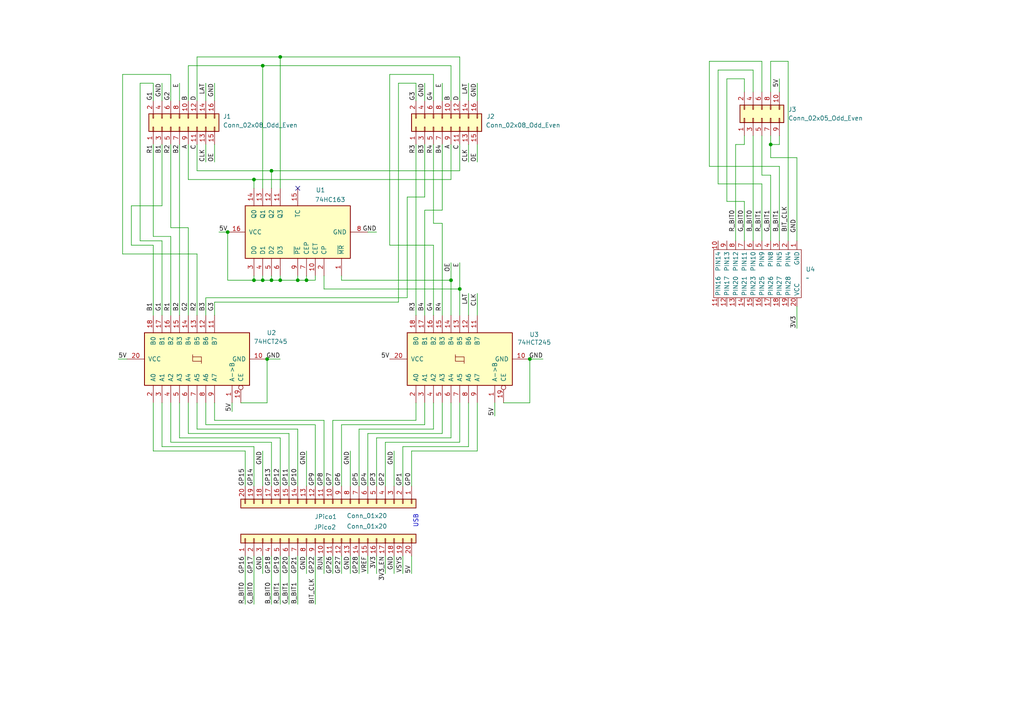
<source format=kicad_sch>
(kicad_sch
	(version 20250114)
	(generator "eeschema")
	(generator_version "9.0")
	(uuid "03b61b86-6b74-4af2-b498-ae3edf4dd823")
	(paper "A4")
	(lib_symbols
		(symbol "74xx:74HC245"
			(pin_names
				(offset 1.016)
			)
			(exclude_from_sim no)
			(in_bom yes)
			(on_board yes)
			(property "Reference" "U"
				(at -7.62 16.51 0)
				(effects
					(font
						(size 1.27 1.27)
					)
				)
			)
			(property "Value" "74HC245"
				(at -7.62 -16.51 0)
				(effects
					(font
						(size 1.27 1.27)
					)
				)
			)
			(property "Footprint" ""
				(at 0 0 0)
				(effects
					(font
						(size 1.27 1.27)
					)
					(hide yes)
				)
			)
			(property "Datasheet" "http://www.ti.com/lit/gpn/sn74HC245"
				(at 0 0 0)
				(effects
					(font
						(size 1.27 1.27)
					)
					(hide yes)
				)
			)
			(property "Description" "Octal BUS Transceivers, 3-State outputs"
				(at 0 0 0)
				(effects
					(font
						(size 1.27 1.27)
					)
					(hide yes)
				)
			)
			(property "ki_locked" ""
				(at 0 0 0)
				(effects
					(font
						(size 1.27 1.27)
					)
				)
			)
			(property "ki_keywords" "HCMOS BUS 3State"
				(at 0 0 0)
				(effects
					(font
						(size 1.27 1.27)
					)
					(hide yes)
				)
			)
			(property "ki_fp_filters" "DIP?20*"
				(at 0 0 0)
				(effects
					(font
						(size 1.27 1.27)
					)
					(hide yes)
				)
			)
			(symbol "74HC245_1_0"
				(polyline
					(pts
						(xy -1.27 -1.27) (xy 0.635 -1.27) (xy 0.635 1.27) (xy 1.27 1.27)
					)
					(stroke
						(width 0)
						(type default)
					)
					(fill
						(type none)
					)
				)
				(polyline
					(pts
						(xy -0.635 -1.27) (xy -0.635 1.27) (xy 0.635 1.27)
					)
					(stroke
						(width 0)
						(type default)
					)
					(fill
						(type none)
					)
				)
				(pin tri_state line
					(at -12.7 12.7 0)
					(length 5.08)
					(name "A0"
						(effects
							(font
								(size 1.27 1.27)
							)
						)
					)
					(number "2"
						(effects
							(font
								(size 1.27 1.27)
							)
						)
					)
				)
				(pin tri_state line
					(at -12.7 10.16 0)
					(length 5.08)
					(name "A1"
						(effects
							(font
								(size 1.27 1.27)
							)
						)
					)
					(number "3"
						(effects
							(font
								(size 1.27 1.27)
							)
						)
					)
				)
				(pin tri_state line
					(at -12.7 7.62 0)
					(length 5.08)
					(name "A2"
						(effects
							(font
								(size 1.27 1.27)
							)
						)
					)
					(number "4"
						(effects
							(font
								(size 1.27 1.27)
							)
						)
					)
				)
				(pin tri_state line
					(at -12.7 5.08 0)
					(length 5.08)
					(name "A3"
						(effects
							(font
								(size 1.27 1.27)
							)
						)
					)
					(number "5"
						(effects
							(font
								(size 1.27 1.27)
							)
						)
					)
				)
				(pin tri_state line
					(at -12.7 2.54 0)
					(length 5.08)
					(name "A4"
						(effects
							(font
								(size 1.27 1.27)
							)
						)
					)
					(number "6"
						(effects
							(font
								(size 1.27 1.27)
							)
						)
					)
				)
				(pin tri_state line
					(at -12.7 0 0)
					(length 5.08)
					(name "A5"
						(effects
							(font
								(size 1.27 1.27)
							)
						)
					)
					(number "7"
						(effects
							(font
								(size 1.27 1.27)
							)
						)
					)
				)
				(pin tri_state line
					(at -12.7 -2.54 0)
					(length 5.08)
					(name "A6"
						(effects
							(font
								(size 1.27 1.27)
							)
						)
					)
					(number "8"
						(effects
							(font
								(size 1.27 1.27)
							)
						)
					)
				)
				(pin tri_state line
					(at -12.7 -5.08 0)
					(length 5.08)
					(name "A7"
						(effects
							(font
								(size 1.27 1.27)
							)
						)
					)
					(number "9"
						(effects
							(font
								(size 1.27 1.27)
							)
						)
					)
				)
				(pin input line
					(at -12.7 -10.16 0)
					(length 5.08)
					(name "A->B"
						(effects
							(font
								(size 1.27 1.27)
							)
						)
					)
					(number "1"
						(effects
							(font
								(size 1.27 1.27)
							)
						)
					)
				)
				(pin input inverted
					(at -12.7 -12.7 0)
					(length 5.08)
					(name "CE"
						(effects
							(font
								(size 1.27 1.27)
							)
						)
					)
					(number "19"
						(effects
							(font
								(size 1.27 1.27)
							)
						)
					)
				)
				(pin power_in line
					(at 0 20.32 270)
					(length 5.08)
					(name "VCC"
						(effects
							(font
								(size 1.27 1.27)
							)
						)
					)
					(number "20"
						(effects
							(font
								(size 1.27 1.27)
							)
						)
					)
				)
				(pin power_in line
					(at 0 -20.32 90)
					(length 5.08)
					(name "GND"
						(effects
							(font
								(size 1.27 1.27)
							)
						)
					)
					(number "10"
						(effects
							(font
								(size 1.27 1.27)
							)
						)
					)
				)
				(pin tri_state line
					(at 12.7 12.7 180)
					(length 5.08)
					(name "B0"
						(effects
							(font
								(size 1.27 1.27)
							)
						)
					)
					(number "18"
						(effects
							(font
								(size 1.27 1.27)
							)
						)
					)
				)
				(pin tri_state line
					(at 12.7 10.16 180)
					(length 5.08)
					(name "B1"
						(effects
							(font
								(size 1.27 1.27)
							)
						)
					)
					(number "17"
						(effects
							(font
								(size 1.27 1.27)
							)
						)
					)
				)
				(pin tri_state line
					(at 12.7 7.62 180)
					(length 5.08)
					(name "B2"
						(effects
							(font
								(size 1.27 1.27)
							)
						)
					)
					(number "16"
						(effects
							(font
								(size 1.27 1.27)
							)
						)
					)
				)
				(pin tri_state line
					(at 12.7 5.08 180)
					(length 5.08)
					(name "B3"
						(effects
							(font
								(size 1.27 1.27)
							)
						)
					)
					(number "15"
						(effects
							(font
								(size 1.27 1.27)
							)
						)
					)
				)
				(pin tri_state line
					(at 12.7 2.54 180)
					(length 5.08)
					(name "B4"
						(effects
							(font
								(size 1.27 1.27)
							)
						)
					)
					(number "14"
						(effects
							(font
								(size 1.27 1.27)
							)
						)
					)
				)
				(pin tri_state line
					(at 12.7 0 180)
					(length 5.08)
					(name "B5"
						(effects
							(font
								(size 1.27 1.27)
							)
						)
					)
					(number "13"
						(effects
							(font
								(size 1.27 1.27)
							)
						)
					)
				)
				(pin tri_state line
					(at 12.7 -2.54 180)
					(length 5.08)
					(name "B6"
						(effects
							(font
								(size 1.27 1.27)
							)
						)
					)
					(number "12"
						(effects
							(font
								(size 1.27 1.27)
							)
						)
					)
				)
				(pin tri_state line
					(at 12.7 -5.08 180)
					(length 5.08)
					(name "B7"
						(effects
							(font
								(size 1.27 1.27)
							)
						)
					)
					(number "11"
						(effects
							(font
								(size 1.27 1.27)
							)
						)
					)
				)
			)
			(symbol "74HC245_1_1"
				(rectangle
					(start -7.62 15.24)
					(end 7.62 -15.24)
					(stroke
						(width 0.254)
						(type default)
					)
					(fill
						(type background)
					)
				)
			)
			(embedded_fonts no)
		)
		(symbol "74xx:74LS163"
			(pin_names
				(offset 1.016)
			)
			(exclude_from_sim no)
			(in_bom yes)
			(on_board yes)
			(property "Reference" "U"
				(at -7.62 16.51 0)
				(effects
					(font
						(size 1.27 1.27)
					)
				)
			)
			(property "Value" "74LS163"
				(at -7.62 -16.51 0)
				(effects
					(font
						(size 1.27 1.27)
					)
				)
			)
			(property "Footprint" ""
				(at 0 0 0)
				(effects
					(font
						(size 1.27 1.27)
					)
					(hide yes)
				)
			)
			(property "Datasheet" "http://www.ti.com/lit/gpn/sn74LS163"
				(at 0 0 0)
				(effects
					(font
						(size 1.27 1.27)
					)
					(hide yes)
				)
			)
			(property "Description" "Synchronous 4-bit programmable binary Counter"
				(at 0 0 0)
				(effects
					(font
						(size 1.27 1.27)
					)
					(hide yes)
				)
			)
			(property "ki_locked" ""
				(at 0 0 0)
				(effects
					(font
						(size 1.27 1.27)
					)
				)
			)
			(property "ki_keywords" "TTL CNT CNT4"
				(at 0 0 0)
				(effects
					(font
						(size 1.27 1.27)
					)
					(hide yes)
				)
			)
			(property "ki_fp_filters" "DIP?16*"
				(at 0 0 0)
				(effects
					(font
						(size 1.27 1.27)
					)
					(hide yes)
				)
			)
			(symbol "74LS163_1_0"
				(pin input line
					(at -12.7 12.7 0)
					(length 5.08)
					(name "D0"
						(effects
							(font
								(size 1.27 1.27)
							)
						)
					)
					(number "3"
						(effects
							(font
								(size 1.27 1.27)
							)
						)
					)
				)
				(pin input line
					(at -12.7 10.16 0)
					(length 5.08)
					(name "D1"
						(effects
							(font
								(size 1.27 1.27)
							)
						)
					)
					(number "4"
						(effects
							(font
								(size 1.27 1.27)
							)
						)
					)
				)
				(pin input line
					(at -12.7 7.62 0)
					(length 5.08)
					(name "D2"
						(effects
							(font
								(size 1.27 1.27)
							)
						)
					)
					(number "5"
						(effects
							(font
								(size 1.27 1.27)
							)
						)
					)
				)
				(pin input line
					(at -12.7 5.08 0)
					(length 5.08)
					(name "D3"
						(effects
							(font
								(size 1.27 1.27)
							)
						)
					)
					(number "6"
						(effects
							(font
								(size 1.27 1.27)
							)
						)
					)
				)
				(pin input line
					(at -12.7 0 0)
					(length 5.08)
					(name "~{PE}"
						(effects
							(font
								(size 1.27 1.27)
							)
						)
					)
					(number "9"
						(effects
							(font
								(size 1.27 1.27)
							)
						)
					)
				)
				(pin input line
					(at -12.7 -2.54 0)
					(length 5.08)
					(name "CEP"
						(effects
							(font
								(size 1.27 1.27)
							)
						)
					)
					(number "7"
						(effects
							(font
								(size 1.27 1.27)
							)
						)
					)
				)
				(pin input line
					(at -12.7 -5.08 0)
					(length 5.08)
					(name "CET"
						(effects
							(font
								(size 1.27 1.27)
							)
						)
					)
					(number "10"
						(effects
							(font
								(size 1.27 1.27)
							)
						)
					)
				)
				(pin input line
					(at -12.7 -7.62 0)
					(length 5.08)
					(name "CP"
						(effects
							(font
								(size 1.27 1.27)
							)
						)
					)
					(number "2"
						(effects
							(font
								(size 1.27 1.27)
							)
						)
					)
				)
				(pin input line
					(at -12.7 -12.7 0)
					(length 5.08)
					(name "~{MR}"
						(effects
							(font
								(size 1.27 1.27)
							)
						)
					)
					(number "1"
						(effects
							(font
								(size 1.27 1.27)
							)
						)
					)
				)
				(pin power_in line
					(at 0 20.32 270)
					(length 5.08)
					(name "VCC"
						(effects
							(font
								(size 1.27 1.27)
							)
						)
					)
					(number "16"
						(effects
							(font
								(size 1.27 1.27)
							)
						)
					)
				)
				(pin power_in line
					(at 0 -20.32 90)
					(length 5.08)
					(name "GND"
						(effects
							(font
								(size 1.27 1.27)
							)
						)
					)
					(number "8"
						(effects
							(font
								(size 1.27 1.27)
							)
						)
					)
				)
				(pin output line
					(at 12.7 12.7 180)
					(length 5.08)
					(name "Q0"
						(effects
							(font
								(size 1.27 1.27)
							)
						)
					)
					(number "14"
						(effects
							(font
								(size 1.27 1.27)
							)
						)
					)
				)
				(pin output line
					(at 12.7 10.16 180)
					(length 5.08)
					(name "Q1"
						(effects
							(font
								(size 1.27 1.27)
							)
						)
					)
					(number "13"
						(effects
							(font
								(size 1.27 1.27)
							)
						)
					)
				)
				(pin output line
					(at 12.7 7.62 180)
					(length 5.08)
					(name "Q2"
						(effects
							(font
								(size 1.27 1.27)
							)
						)
					)
					(number "12"
						(effects
							(font
								(size 1.27 1.27)
							)
						)
					)
				)
				(pin output line
					(at 12.7 5.08 180)
					(length 5.08)
					(name "Q3"
						(effects
							(font
								(size 1.27 1.27)
							)
						)
					)
					(number "11"
						(effects
							(font
								(size 1.27 1.27)
							)
						)
					)
				)
				(pin output line
					(at 12.7 0 180)
					(length 5.08)
					(name "TC"
						(effects
							(font
								(size 1.27 1.27)
							)
						)
					)
					(number "15"
						(effects
							(font
								(size 1.27 1.27)
							)
						)
					)
				)
			)
			(symbol "74LS163_1_1"
				(rectangle
					(start -7.62 15.24)
					(end 7.62 -15.24)
					(stroke
						(width 0.254)
						(type default)
					)
					(fill
						(type background)
					)
				)
			)
			(embedded_fonts no)
		)
		(symbol "Connector_Generic:Conn_01x20"
			(pin_names
				(offset 1.016)
				(hide yes)
			)
			(exclude_from_sim no)
			(in_bom yes)
			(on_board yes)
			(property "Reference" "J"
				(at 0 25.4 0)
				(effects
					(font
						(size 1.27 1.27)
					)
				)
			)
			(property "Value" "Conn_01x20"
				(at 0 -27.94 0)
				(effects
					(font
						(size 1.27 1.27)
					)
				)
			)
			(property "Footprint" ""
				(at 0 0 0)
				(effects
					(font
						(size 1.27 1.27)
					)
					(hide yes)
				)
			)
			(property "Datasheet" "~"
				(at 0 0 0)
				(effects
					(font
						(size 1.27 1.27)
					)
					(hide yes)
				)
			)
			(property "Description" "Generic connector, single row, 01x20, script generated (kicad-library-utils/schlib/autogen/connector/)"
				(at 0 0 0)
				(effects
					(font
						(size 1.27 1.27)
					)
					(hide yes)
				)
			)
			(property "ki_keywords" "connector"
				(at 0 0 0)
				(effects
					(font
						(size 1.27 1.27)
					)
					(hide yes)
				)
			)
			(property "ki_fp_filters" "Connector*:*_1x??_*"
				(at 0 0 0)
				(effects
					(font
						(size 1.27 1.27)
					)
					(hide yes)
				)
			)
			(symbol "Conn_01x20_1_1"
				(rectangle
					(start -1.27 24.13)
					(end 1.27 -26.67)
					(stroke
						(width 0.254)
						(type default)
					)
					(fill
						(type background)
					)
				)
				(rectangle
					(start -1.27 22.987)
					(end 0 22.733)
					(stroke
						(width 0.1524)
						(type default)
					)
					(fill
						(type none)
					)
				)
				(rectangle
					(start -1.27 20.447)
					(end 0 20.193)
					(stroke
						(width 0.1524)
						(type default)
					)
					(fill
						(type none)
					)
				)
				(rectangle
					(start -1.27 17.907)
					(end 0 17.653)
					(stroke
						(width 0.1524)
						(type default)
					)
					(fill
						(type none)
					)
				)
				(rectangle
					(start -1.27 15.367)
					(end 0 15.113)
					(stroke
						(width 0.1524)
						(type default)
					)
					(fill
						(type none)
					)
				)
				(rectangle
					(start -1.27 12.827)
					(end 0 12.573)
					(stroke
						(width 0.1524)
						(type default)
					)
					(fill
						(type none)
					)
				)
				(rectangle
					(start -1.27 10.287)
					(end 0 10.033)
					(stroke
						(width 0.1524)
						(type default)
					)
					(fill
						(type none)
					)
				)
				(rectangle
					(start -1.27 7.747)
					(end 0 7.493)
					(stroke
						(width 0.1524)
						(type default)
					)
					(fill
						(type none)
					)
				)
				(rectangle
					(start -1.27 5.207)
					(end 0 4.953)
					(stroke
						(width 0.1524)
						(type default)
					)
					(fill
						(type none)
					)
				)
				(rectangle
					(start -1.27 2.667)
					(end 0 2.413)
					(stroke
						(width 0.1524)
						(type default)
					)
					(fill
						(type none)
					)
				)
				(rectangle
					(start -1.27 0.127)
					(end 0 -0.127)
					(stroke
						(width 0.1524)
						(type default)
					)
					(fill
						(type none)
					)
				)
				(rectangle
					(start -1.27 -2.413)
					(end 0 -2.667)
					(stroke
						(width 0.1524)
						(type default)
					)
					(fill
						(type none)
					)
				)
				(rectangle
					(start -1.27 -4.953)
					(end 0 -5.207)
					(stroke
						(width 0.1524)
						(type default)
					)
					(fill
						(type none)
					)
				)
				(rectangle
					(start -1.27 -7.493)
					(end 0 -7.747)
					(stroke
						(width 0.1524)
						(type default)
					)
					(fill
						(type none)
					)
				)
				(rectangle
					(start -1.27 -10.033)
					(end 0 -10.287)
					(stroke
						(width 0.1524)
						(type default)
					)
					(fill
						(type none)
					)
				)
				(rectangle
					(start -1.27 -12.573)
					(end 0 -12.827)
					(stroke
						(width 0.1524)
						(type default)
					)
					(fill
						(type none)
					)
				)
				(rectangle
					(start -1.27 -15.113)
					(end 0 -15.367)
					(stroke
						(width 0.1524)
						(type default)
					)
					(fill
						(type none)
					)
				)
				(rectangle
					(start -1.27 -17.653)
					(end 0 -17.907)
					(stroke
						(width 0.1524)
						(type default)
					)
					(fill
						(type none)
					)
				)
				(rectangle
					(start -1.27 -20.193)
					(end 0 -20.447)
					(stroke
						(width 0.1524)
						(type default)
					)
					(fill
						(type none)
					)
				)
				(rectangle
					(start -1.27 -22.733)
					(end 0 -22.987)
					(stroke
						(width 0.1524)
						(type default)
					)
					(fill
						(type none)
					)
				)
				(rectangle
					(start -1.27 -25.273)
					(end 0 -25.527)
					(stroke
						(width 0.1524)
						(type default)
					)
					(fill
						(type none)
					)
				)
				(pin passive line
					(at -5.08 22.86 0)
					(length 3.81)
					(name "Pin_1"
						(effects
							(font
								(size 1.27 1.27)
							)
						)
					)
					(number "1"
						(effects
							(font
								(size 1.27 1.27)
							)
						)
					)
				)
				(pin passive line
					(at -5.08 20.32 0)
					(length 3.81)
					(name "Pin_2"
						(effects
							(font
								(size 1.27 1.27)
							)
						)
					)
					(number "2"
						(effects
							(font
								(size 1.27 1.27)
							)
						)
					)
				)
				(pin passive line
					(at -5.08 17.78 0)
					(length 3.81)
					(name "Pin_3"
						(effects
							(font
								(size 1.27 1.27)
							)
						)
					)
					(number "3"
						(effects
							(font
								(size 1.27 1.27)
							)
						)
					)
				)
				(pin passive line
					(at -5.08 15.24 0)
					(length 3.81)
					(name "Pin_4"
						(effects
							(font
								(size 1.27 1.27)
							)
						)
					)
					(number "4"
						(effects
							(font
								(size 1.27 1.27)
							)
						)
					)
				)
				(pin passive line
					(at -5.08 12.7 0)
					(length 3.81)
					(name "Pin_5"
						(effects
							(font
								(size 1.27 1.27)
							)
						)
					)
					(number "5"
						(effects
							(font
								(size 1.27 1.27)
							)
						)
					)
				)
				(pin passive line
					(at -5.08 10.16 0)
					(length 3.81)
					(name "Pin_6"
						(effects
							(font
								(size 1.27 1.27)
							)
						)
					)
					(number "6"
						(effects
							(font
								(size 1.27 1.27)
							)
						)
					)
				)
				(pin passive line
					(at -5.08 7.62 0)
					(length 3.81)
					(name "Pin_7"
						(effects
							(font
								(size 1.27 1.27)
							)
						)
					)
					(number "7"
						(effects
							(font
								(size 1.27 1.27)
							)
						)
					)
				)
				(pin passive line
					(at -5.08 5.08 0)
					(length 3.81)
					(name "Pin_8"
						(effects
							(font
								(size 1.27 1.27)
							)
						)
					)
					(number "8"
						(effects
							(font
								(size 1.27 1.27)
							)
						)
					)
				)
				(pin passive line
					(at -5.08 2.54 0)
					(length 3.81)
					(name "Pin_9"
						(effects
							(font
								(size 1.27 1.27)
							)
						)
					)
					(number "9"
						(effects
							(font
								(size 1.27 1.27)
							)
						)
					)
				)
				(pin passive line
					(at -5.08 0 0)
					(length 3.81)
					(name "Pin_10"
						(effects
							(font
								(size 1.27 1.27)
							)
						)
					)
					(number "10"
						(effects
							(font
								(size 1.27 1.27)
							)
						)
					)
				)
				(pin passive line
					(at -5.08 -2.54 0)
					(length 3.81)
					(name "Pin_11"
						(effects
							(font
								(size 1.27 1.27)
							)
						)
					)
					(number "11"
						(effects
							(font
								(size 1.27 1.27)
							)
						)
					)
				)
				(pin passive line
					(at -5.08 -5.08 0)
					(length 3.81)
					(name "Pin_12"
						(effects
							(font
								(size 1.27 1.27)
							)
						)
					)
					(number "12"
						(effects
							(font
								(size 1.27 1.27)
							)
						)
					)
				)
				(pin passive line
					(at -5.08 -7.62 0)
					(length 3.81)
					(name "Pin_13"
						(effects
							(font
								(size 1.27 1.27)
							)
						)
					)
					(number "13"
						(effects
							(font
								(size 1.27 1.27)
							)
						)
					)
				)
				(pin passive line
					(at -5.08 -10.16 0)
					(length 3.81)
					(name "Pin_14"
						(effects
							(font
								(size 1.27 1.27)
							)
						)
					)
					(number "14"
						(effects
							(font
								(size 1.27 1.27)
							)
						)
					)
				)
				(pin passive line
					(at -5.08 -12.7 0)
					(length 3.81)
					(name "Pin_15"
						(effects
							(font
								(size 1.27 1.27)
							)
						)
					)
					(number "15"
						(effects
							(font
								(size 1.27 1.27)
							)
						)
					)
				)
				(pin passive line
					(at -5.08 -15.24 0)
					(length 3.81)
					(name "Pin_16"
						(effects
							(font
								(size 1.27 1.27)
							)
						)
					)
					(number "16"
						(effects
							(font
								(size 1.27 1.27)
							)
						)
					)
				)
				(pin passive line
					(at -5.08 -17.78 0)
					(length 3.81)
					(name "Pin_17"
						(effects
							(font
								(size 1.27 1.27)
							)
						)
					)
					(number "17"
						(effects
							(font
								(size 1.27 1.27)
							)
						)
					)
				)
				(pin passive line
					(at -5.08 -20.32 0)
					(length 3.81)
					(name "Pin_18"
						(effects
							(font
								(size 1.27 1.27)
							)
						)
					)
					(number "18"
						(effects
							(font
								(size 1.27 1.27)
							)
						)
					)
				)
				(pin passive line
					(at -5.08 -22.86 0)
					(length 3.81)
					(name "Pin_19"
						(effects
							(font
								(size 1.27 1.27)
							)
						)
					)
					(number "19"
						(effects
							(font
								(size 1.27 1.27)
							)
						)
					)
				)
				(pin passive line
					(at -5.08 -25.4 0)
					(length 3.81)
					(name "Pin_20"
						(effects
							(font
								(size 1.27 1.27)
							)
						)
					)
					(number "20"
						(effects
							(font
								(size 1.27 1.27)
							)
						)
					)
				)
			)
			(embedded_fonts no)
		)
		(symbol "Connector_Generic:Conn_02x05_Odd_Even"
			(pin_names
				(offset 1.016)
				(hide yes)
			)
			(exclude_from_sim no)
			(in_bom yes)
			(on_board yes)
			(property "Reference" "J"
				(at 1.27 7.62 0)
				(effects
					(font
						(size 1.27 1.27)
					)
				)
			)
			(property "Value" "Conn_02x05_Odd_Even"
				(at 1.27 -7.62 0)
				(effects
					(font
						(size 1.27 1.27)
					)
				)
			)
			(property "Footprint" ""
				(at 0 0 0)
				(effects
					(font
						(size 1.27 1.27)
					)
					(hide yes)
				)
			)
			(property "Datasheet" "~"
				(at 0 0 0)
				(effects
					(font
						(size 1.27 1.27)
					)
					(hide yes)
				)
			)
			(property "Description" "Generic connector, double row, 02x05, odd/even pin numbering scheme (row 1 odd numbers, row 2 even numbers), script generated (kicad-library-utils/schlib/autogen/connector/)"
				(at 0 0 0)
				(effects
					(font
						(size 1.27 1.27)
					)
					(hide yes)
				)
			)
			(property "ki_keywords" "connector"
				(at 0 0 0)
				(effects
					(font
						(size 1.27 1.27)
					)
					(hide yes)
				)
			)
			(property "ki_fp_filters" "Connector*:*_2x??_*"
				(at 0 0 0)
				(effects
					(font
						(size 1.27 1.27)
					)
					(hide yes)
				)
			)
			(symbol "Conn_02x05_Odd_Even_1_1"
				(rectangle
					(start -1.27 6.35)
					(end 3.81 -6.35)
					(stroke
						(width 0.254)
						(type default)
					)
					(fill
						(type background)
					)
				)
				(rectangle
					(start -1.27 5.207)
					(end 0 4.953)
					(stroke
						(width 0.1524)
						(type default)
					)
					(fill
						(type none)
					)
				)
				(rectangle
					(start -1.27 2.667)
					(end 0 2.413)
					(stroke
						(width 0.1524)
						(type default)
					)
					(fill
						(type none)
					)
				)
				(rectangle
					(start -1.27 0.127)
					(end 0 -0.127)
					(stroke
						(width 0.1524)
						(type default)
					)
					(fill
						(type none)
					)
				)
				(rectangle
					(start -1.27 -2.413)
					(end 0 -2.667)
					(stroke
						(width 0.1524)
						(type default)
					)
					(fill
						(type none)
					)
				)
				(rectangle
					(start -1.27 -4.953)
					(end 0 -5.207)
					(stroke
						(width 0.1524)
						(type default)
					)
					(fill
						(type none)
					)
				)
				(rectangle
					(start 3.81 5.207)
					(end 2.54 4.953)
					(stroke
						(width 0.1524)
						(type default)
					)
					(fill
						(type none)
					)
				)
				(rectangle
					(start 3.81 2.667)
					(end 2.54 2.413)
					(stroke
						(width 0.1524)
						(type default)
					)
					(fill
						(type none)
					)
				)
				(rectangle
					(start 3.81 0.127)
					(end 2.54 -0.127)
					(stroke
						(width 0.1524)
						(type default)
					)
					(fill
						(type none)
					)
				)
				(rectangle
					(start 3.81 -2.413)
					(end 2.54 -2.667)
					(stroke
						(width 0.1524)
						(type default)
					)
					(fill
						(type none)
					)
				)
				(rectangle
					(start 3.81 -4.953)
					(end 2.54 -5.207)
					(stroke
						(width 0.1524)
						(type default)
					)
					(fill
						(type none)
					)
				)
				(pin passive line
					(at -5.08 5.08 0)
					(length 3.81)
					(name "Pin_1"
						(effects
							(font
								(size 1.27 1.27)
							)
						)
					)
					(number "1"
						(effects
							(font
								(size 1.27 1.27)
							)
						)
					)
				)
				(pin passive line
					(at -5.08 2.54 0)
					(length 3.81)
					(name "Pin_3"
						(effects
							(font
								(size 1.27 1.27)
							)
						)
					)
					(number "3"
						(effects
							(font
								(size 1.27 1.27)
							)
						)
					)
				)
				(pin passive line
					(at -5.08 0 0)
					(length 3.81)
					(name "Pin_5"
						(effects
							(font
								(size 1.27 1.27)
							)
						)
					)
					(number "5"
						(effects
							(font
								(size 1.27 1.27)
							)
						)
					)
				)
				(pin passive line
					(at -5.08 -2.54 0)
					(length 3.81)
					(name "Pin_7"
						(effects
							(font
								(size 1.27 1.27)
							)
						)
					)
					(number "7"
						(effects
							(font
								(size 1.27 1.27)
							)
						)
					)
				)
				(pin passive line
					(at -5.08 -5.08 0)
					(length 3.81)
					(name "Pin_9"
						(effects
							(font
								(size 1.27 1.27)
							)
						)
					)
					(number "9"
						(effects
							(font
								(size 1.27 1.27)
							)
						)
					)
				)
				(pin passive line
					(at 7.62 5.08 180)
					(length 3.81)
					(name "Pin_2"
						(effects
							(font
								(size 1.27 1.27)
							)
						)
					)
					(number "2"
						(effects
							(font
								(size 1.27 1.27)
							)
						)
					)
				)
				(pin passive line
					(at 7.62 2.54 180)
					(length 3.81)
					(name "Pin_4"
						(effects
							(font
								(size 1.27 1.27)
							)
						)
					)
					(number "4"
						(effects
							(font
								(size 1.27 1.27)
							)
						)
					)
				)
				(pin passive line
					(at 7.62 0 180)
					(length 3.81)
					(name "Pin_6"
						(effects
							(font
								(size 1.27 1.27)
							)
						)
					)
					(number "6"
						(effects
							(font
								(size 1.27 1.27)
							)
						)
					)
				)
				(pin passive line
					(at 7.62 -2.54 180)
					(length 3.81)
					(name "Pin_8"
						(effects
							(font
								(size 1.27 1.27)
							)
						)
					)
					(number "8"
						(effects
							(font
								(size 1.27 1.27)
							)
						)
					)
				)
				(pin passive line
					(at 7.62 -5.08 180)
					(length 3.81)
					(name "Pin_10"
						(effects
							(font
								(size 1.27 1.27)
							)
						)
					)
					(number "10"
						(effects
							(font
								(size 1.27 1.27)
							)
						)
					)
				)
			)
			(embedded_fonts no)
		)
		(symbol "Connector_Generic:Conn_02x08_Odd_Even"
			(pin_names
				(offset 1.016)
				(hide yes)
			)
			(exclude_from_sim no)
			(in_bom yes)
			(on_board yes)
			(property "Reference" "J"
				(at 1.27 10.16 0)
				(effects
					(font
						(size 1.27 1.27)
					)
				)
			)
			(property "Value" "Conn_02x08_Odd_Even"
				(at 1.27 -12.7 0)
				(effects
					(font
						(size 1.27 1.27)
					)
				)
			)
			(property "Footprint" ""
				(at 0 0 0)
				(effects
					(font
						(size 1.27 1.27)
					)
					(hide yes)
				)
			)
			(property "Datasheet" "~"
				(at 0 0 0)
				(effects
					(font
						(size 1.27 1.27)
					)
					(hide yes)
				)
			)
			(property "Description" "Generic connector, double row, 02x08, odd/even pin numbering scheme (row 1 odd numbers, row 2 even numbers), script generated (kicad-library-utils/schlib/autogen/connector/)"
				(at 0 0 0)
				(effects
					(font
						(size 1.27 1.27)
					)
					(hide yes)
				)
			)
			(property "ki_keywords" "connector"
				(at 0 0 0)
				(effects
					(font
						(size 1.27 1.27)
					)
					(hide yes)
				)
			)
			(property "ki_fp_filters" "Connector*:*_2x??_*"
				(at 0 0 0)
				(effects
					(font
						(size 1.27 1.27)
					)
					(hide yes)
				)
			)
			(symbol "Conn_02x08_Odd_Even_1_1"
				(rectangle
					(start -1.27 8.89)
					(end 3.81 -11.43)
					(stroke
						(width 0.254)
						(type default)
					)
					(fill
						(type background)
					)
				)
				(rectangle
					(start -1.27 7.747)
					(end 0 7.493)
					(stroke
						(width 0.1524)
						(type default)
					)
					(fill
						(type none)
					)
				)
				(rectangle
					(start -1.27 5.207)
					(end 0 4.953)
					(stroke
						(width 0.1524)
						(type default)
					)
					(fill
						(type none)
					)
				)
				(rectangle
					(start -1.27 2.667)
					(end 0 2.413)
					(stroke
						(width 0.1524)
						(type default)
					)
					(fill
						(type none)
					)
				)
				(rectangle
					(start -1.27 0.127)
					(end 0 -0.127)
					(stroke
						(width 0.1524)
						(type default)
					)
					(fill
						(type none)
					)
				)
				(rectangle
					(start -1.27 -2.413)
					(end 0 -2.667)
					(stroke
						(width 0.1524)
						(type default)
					)
					(fill
						(type none)
					)
				)
				(rectangle
					(start -1.27 -4.953)
					(end 0 -5.207)
					(stroke
						(width 0.1524)
						(type default)
					)
					(fill
						(type none)
					)
				)
				(rectangle
					(start -1.27 -7.493)
					(end 0 -7.747)
					(stroke
						(width 0.1524)
						(type default)
					)
					(fill
						(type none)
					)
				)
				(rectangle
					(start -1.27 -10.033)
					(end 0 -10.287)
					(stroke
						(width 0.1524)
						(type default)
					)
					(fill
						(type none)
					)
				)
				(rectangle
					(start 3.81 7.747)
					(end 2.54 7.493)
					(stroke
						(width 0.1524)
						(type default)
					)
					(fill
						(type none)
					)
				)
				(rectangle
					(start 3.81 5.207)
					(end 2.54 4.953)
					(stroke
						(width 0.1524)
						(type default)
					)
					(fill
						(type none)
					)
				)
				(rectangle
					(start 3.81 2.667)
					(end 2.54 2.413)
					(stroke
						(width 0.1524)
						(type default)
					)
					(fill
						(type none)
					)
				)
				(rectangle
					(start 3.81 0.127)
					(end 2.54 -0.127)
					(stroke
						(width 0.1524)
						(type default)
					)
					(fill
						(type none)
					)
				)
				(rectangle
					(start 3.81 -2.413)
					(end 2.54 -2.667)
					(stroke
						(width 0.1524)
						(type default)
					)
					(fill
						(type none)
					)
				)
				(rectangle
					(start 3.81 -4.953)
					(end 2.54 -5.207)
					(stroke
						(width 0.1524)
						(type default)
					)
					(fill
						(type none)
					)
				)
				(rectangle
					(start 3.81 -7.493)
					(end 2.54 -7.747)
					(stroke
						(width 0.1524)
						(type default)
					)
					(fill
						(type none)
					)
				)
				(rectangle
					(start 3.81 -10.033)
					(end 2.54 -10.287)
					(stroke
						(width 0.1524)
						(type default)
					)
					(fill
						(type none)
					)
				)
				(pin passive line
					(at -5.08 7.62 0)
					(length 3.81)
					(name "Pin_1"
						(effects
							(font
								(size 1.27 1.27)
							)
						)
					)
					(number "1"
						(effects
							(font
								(size 1.27 1.27)
							)
						)
					)
				)
				(pin passive line
					(at -5.08 5.08 0)
					(length 3.81)
					(name "Pin_3"
						(effects
							(font
								(size 1.27 1.27)
							)
						)
					)
					(number "3"
						(effects
							(font
								(size 1.27 1.27)
							)
						)
					)
				)
				(pin passive line
					(at -5.08 2.54 0)
					(length 3.81)
					(name "Pin_5"
						(effects
							(font
								(size 1.27 1.27)
							)
						)
					)
					(number "5"
						(effects
							(font
								(size 1.27 1.27)
							)
						)
					)
				)
				(pin passive line
					(at -5.08 0 0)
					(length 3.81)
					(name "Pin_7"
						(effects
							(font
								(size 1.27 1.27)
							)
						)
					)
					(number "7"
						(effects
							(font
								(size 1.27 1.27)
							)
						)
					)
				)
				(pin passive line
					(at -5.08 -2.54 0)
					(length 3.81)
					(name "Pin_9"
						(effects
							(font
								(size 1.27 1.27)
							)
						)
					)
					(number "9"
						(effects
							(font
								(size 1.27 1.27)
							)
						)
					)
				)
				(pin passive line
					(at -5.08 -5.08 0)
					(length 3.81)
					(name "Pin_11"
						(effects
							(font
								(size 1.27 1.27)
							)
						)
					)
					(number "11"
						(effects
							(font
								(size 1.27 1.27)
							)
						)
					)
				)
				(pin passive line
					(at -5.08 -7.62 0)
					(length 3.81)
					(name "Pin_13"
						(effects
							(font
								(size 1.27 1.27)
							)
						)
					)
					(number "13"
						(effects
							(font
								(size 1.27 1.27)
							)
						)
					)
				)
				(pin passive line
					(at -5.08 -10.16 0)
					(length 3.81)
					(name "Pin_15"
						(effects
							(font
								(size 1.27 1.27)
							)
						)
					)
					(number "15"
						(effects
							(font
								(size 1.27 1.27)
							)
						)
					)
				)
				(pin passive line
					(at 7.62 7.62 180)
					(length 3.81)
					(name "Pin_2"
						(effects
							(font
								(size 1.27 1.27)
							)
						)
					)
					(number "2"
						(effects
							(font
								(size 1.27 1.27)
							)
						)
					)
				)
				(pin passive line
					(at 7.62 5.08 180)
					(length 3.81)
					(name "Pin_4"
						(effects
							(font
								(size 1.27 1.27)
							)
						)
					)
					(number "4"
						(effects
							(font
								(size 1.27 1.27)
							)
						)
					)
				)
				(pin passive line
					(at 7.62 2.54 180)
					(length 3.81)
					(name "Pin_6"
						(effects
							(font
								(size 1.27 1.27)
							)
						)
					)
					(number "6"
						(effects
							(font
								(size 1.27 1.27)
							)
						)
					)
				)
				(pin passive line
					(at 7.62 0 180)
					(length 3.81)
					(name "Pin_8"
						(effects
							(font
								(size 1.27 1.27)
							)
						)
					)
					(number "8"
						(effects
							(font
								(size 1.27 1.27)
							)
						)
					)
				)
				(pin passive line
					(at 7.62 -2.54 180)
					(length 3.81)
					(name "Pin_10"
						(effects
							(font
								(size 1.27 1.27)
							)
						)
					)
					(number "10"
						(effects
							(font
								(size 1.27 1.27)
							)
						)
					)
				)
				(pin passive line
					(at 7.62 -5.08 180)
					(length 3.81)
					(name "Pin_12"
						(effects
							(font
								(size 1.27 1.27)
							)
						)
					)
					(number "12"
						(effects
							(font
								(size 1.27 1.27)
							)
						)
					)
				)
				(pin passive line
					(at 7.62 -7.62 180)
					(length 3.81)
					(name "Pin_14"
						(effects
							(font
								(size 1.27 1.27)
							)
						)
					)
					(number "14"
						(effects
							(font
								(size 1.27 1.27)
							)
						)
					)
				)
				(pin passive line
					(at 7.62 -10.16 180)
					(length 3.81)
					(name "Pin_16"
						(effects
							(font
								(size 1.27 1.27)
							)
						)
					)
					(number "16"
						(effects
							(font
								(size 1.27 1.27)
							)
						)
					)
				)
			)
			(embedded_fonts no)
		)
		(symbol "New_Library:FPGA_DIP20"
			(exclude_from_sim no)
			(in_bom yes)
			(on_board yes)
			(property "Reference" "U"
				(at 0 0 0)
				(effects
					(font
						(size 1.27 1.27)
					)
				)
			)
			(property "Value" ""
				(at 0 0 0)
				(effects
					(font
						(size 1.27 1.27)
					)
				)
			)
			(property "Footprint" ""
				(at 0 0 0)
				(effects
					(font
						(size 1.27 1.27)
					)
					(hide yes)
				)
			)
			(property "Datasheet" ""
				(at 0 0 0)
				(effects
					(font
						(size 1.27 1.27)
					)
					(hide yes)
				)
			)
			(property "Description" ""
				(at 0 0 0)
				(effects
					(font
						(size 1.27 1.27)
					)
					(hide yes)
				)
			)
			(symbol "FPGA_DIP20_0_1"
				(rectangle
					(start -6.35 -1.27)
					(end 7.62 -26.67)
					(stroke
						(width 0)
						(type default)
					)
					(fill
						(type none)
					)
				)
			)
			(symbol "FPGA_DIP20_1_1"
				(pin power_in line
					(at -8.89 -2.54 0)
					(length 2.54)
					(name "GND"
						(effects
							(font
								(size 1.27 1.27)
							)
						)
					)
					(number "1"
						(effects
							(font
								(size 1.27 1.27)
							)
						)
					)
				)
				(pin bidirectional line
					(at -8.89 -5.08 0)
					(length 2.54)
					(name "PIN4"
						(effects
							(font
								(size 1.27 1.27)
							)
						)
					)
					(number "2"
						(effects
							(font
								(size 1.27 1.27)
							)
						)
					)
				)
				(pin bidirectional line
					(at -8.89 -7.62 0)
					(length 2.54)
					(name "PIN5"
						(effects
							(font
								(size 1.27 1.27)
							)
						)
					)
					(number "3"
						(effects
							(font
								(size 1.27 1.27)
							)
						)
					)
				)
				(pin bidirectional line
					(at -8.89 -10.16 0)
					(length 2.54)
					(name "PIN8"
						(effects
							(font
								(size 1.27 1.27)
							)
						)
					)
					(number "4"
						(effects
							(font
								(size 1.27 1.27)
							)
						)
					)
				)
				(pin bidirectional line
					(at -8.89 -12.7 0)
					(length 2.54)
					(name "PIN9"
						(effects
							(font
								(size 1.27 1.27)
							)
						)
					)
					(number "5"
						(effects
							(font
								(size 1.27 1.27)
							)
						)
					)
				)
				(pin bidirectional line
					(at -8.89 -15.24 0)
					(length 2.54)
					(name "PIN10"
						(effects
							(font
								(size 1.27 1.27)
							)
						)
					)
					(number "6"
						(effects
							(font
								(size 1.27 1.27)
							)
						)
					)
				)
				(pin bidirectional line
					(at -8.89 -17.78 0)
					(length 2.54)
					(name "PIN11"
						(effects
							(font
								(size 1.27 1.27)
							)
						)
					)
					(number "7"
						(effects
							(font
								(size 1.27 1.27)
							)
						)
					)
				)
				(pin bidirectional line
					(at -8.89 -20.32 0)
					(length 2.54)
					(name "PIN12"
						(effects
							(font
								(size 1.27 1.27)
							)
						)
					)
					(number "8"
						(effects
							(font
								(size 1.27 1.27)
							)
						)
					)
				)
				(pin bidirectional line
					(at -8.89 -22.86 0)
					(length 2.54)
					(name "PIN13"
						(effects
							(font
								(size 1.27 1.27)
							)
						)
					)
					(number "9"
						(effects
							(font
								(size 1.27 1.27)
							)
						)
					)
				)
				(pin bidirectional line
					(at -8.89 -25.4 0)
					(length 2.54)
					(name "PIN14"
						(effects
							(font
								(size 1.27 1.27)
							)
						)
					)
					(number "10"
						(effects
							(font
								(size 1.27 1.27)
							)
						)
					)
				)
				(pin power_in line
					(at 10.16 -2.54 180)
					(length 2.54)
					(name "VCC"
						(effects
							(font
								(size 1.27 1.27)
							)
						)
					)
					(number "20"
						(effects
							(font
								(size 1.27 1.27)
							)
						)
					)
				)
				(pin bidirectional line
					(at 10.16 -5.08 180)
					(length 2.54)
					(name "PIN28"
						(effects
							(font
								(size 1.27 1.27)
							)
						)
					)
					(number "19"
						(effects
							(font
								(size 1.27 1.27)
							)
						)
					)
				)
				(pin bidirectional line
					(at 10.16 -7.62 180)
					(length 2.54)
					(name "PIN27"
						(effects
							(font
								(size 1.27 1.27)
							)
						)
					)
					(number "18"
						(effects
							(font
								(size 1.27 1.27)
							)
						)
					)
				)
				(pin bidirectional line
					(at 10.16 -10.16 180)
					(length 2.54)
					(name "PIN26"
						(effects
							(font
								(size 1.27 1.27)
							)
						)
					)
					(number "17"
						(effects
							(font
								(size 1.27 1.27)
							)
						)
					)
				)
				(pin bidirectional line
					(at 10.16 -12.7 180)
					(length 2.54)
					(name "PIN25"
						(effects
							(font
								(size 1.27 1.27)
							)
						)
					)
					(number "16"
						(effects
							(font
								(size 1.27 1.27)
							)
						)
					)
				)
				(pin bidirectional line
					(at 10.16 -15.24 180)
					(length 2.54)
					(name "PIN23"
						(effects
							(font
								(size 1.27 1.27)
							)
						)
					)
					(number "15"
						(effects
							(font
								(size 1.27 1.27)
							)
						)
					)
				)
				(pin bidirectional line
					(at 10.16 -17.78 180)
					(length 2.54)
					(name "PIN21"
						(effects
							(font
								(size 1.27 1.27)
							)
						)
					)
					(number "14"
						(effects
							(font
								(size 1.27 1.27)
							)
						)
					)
				)
				(pin bidirectional line
					(at 10.16 -20.32 180)
					(length 2.54)
					(name "PIN20"
						(effects
							(font
								(size 1.27 1.27)
							)
						)
					)
					(number "13"
						(effects
							(font
								(size 1.27 1.27)
							)
						)
					)
				)
				(pin bidirectional line
					(at 10.16 -22.86 180)
					(length 2.54)
					(name "PIN17"
						(effects
							(font
								(size 1.27 1.27)
							)
						)
					)
					(number "12"
						(effects
							(font
								(size 1.27 1.27)
							)
						)
					)
				)
				(pin bidirectional line
					(at 10.16 -25.4 180)
					(length 2.54)
					(name "PIN16"
						(effects
							(font
								(size 1.27 1.27)
							)
						)
					)
					(number "11"
						(effects
							(font
								(size 1.27 1.27)
							)
						)
					)
				)
			)
			(embedded_fonts no)
		)
	)
	(text "USB"
		(exclude_from_sim no)
		(at 120.65 151.13 90)
		(effects
			(font
				(size 1.27 1.27)
			)
		)
		(uuid "6ed72584-7054-4ced-bdb8-aa6b1a1d7804")
	)
	(junction
		(at 76.2 81.28)
		(diameter 0)
		(color 0 0 0 0)
		(uuid "09f91d3f-fb7d-477e-a379-6cf2e9058ae1")
	)
	(junction
		(at 223.52 41.91)
		(diameter 0)
		(color 0 0 0 0)
		(uuid "1163ae83-f966-44a8-b9be-2d00056b762e")
	)
	(junction
		(at 81.28 81.28)
		(diameter 0)
		(color 0 0 0 0)
		(uuid "11693909-5211-423e-8aef-fa95d33f9813")
	)
	(junction
		(at 133.35 83.82)
		(diameter 0)
		(color 0 0 0 0)
		(uuid "21b808af-d1c6-4e8c-986e-78a70836fdb3")
	)
	(junction
		(at 76.2 19.05)
		(diameter 0)
		(color 0 0 0 0)
		(uuid "311d9134-081c-40a2-8186-dbdfce200c1a")
	)
	(junction
		(at 78.74 49.53)
		(diameter 0)
		(color 0 0 0 0)
		(uuid "4b6779aa-8be1-4bcd-a851-ca49b7de861a")
	)
	(junction
		(at 73.66 81.28)
		(diameter 0)
		(color 0 0 0 0)
		(uuid "756c8bdf-3d61-48d2-aa41-bce219d949ab")
	)
	(junction
		(at 78.74 81.28)
		(diameter 0)
		(color 0 0 0 0)
		(uuid "79c200e9-b966-4e8a-8628-0eaf4794dc8f")
	)
	(junction
		(at 88.9 81.28)
		(diameter 0)
		(color 0 0 0 0)
		(uuid "88c6a068-3a6a-4bf8-a9dd-a3634b6365ef")
	)
	(junction
		(at 77.47 104.14)
		(diameter 0)
		(color 0 0 0 0)
		(uuid "8dda44e2-cc89-4c5b-8e28-10b4b9e2e726")
	)
	(junction
		(at 153.67 104.14)
		(diameter 0)
		(color 0 0 0 0)
		(uuid "a267339f-312f-4942-b7e6-c6c5a33e2bd5")
	)
	(junction
		(at 86.36 81.28)
		(diameter 0)
		(color 0 0 0 0)
		(uuid "ac55f2bb-5185-447c-842a-a7823ae2213a")
	)
	(junction
		(at 81.28 16.51)
		(diameter 0)
		(color 0 0 0 0)
		(uuid "b909546e-ff00-4e76-b7df-09e1d86bdd51")
	)
	(junction
		(at 130.81 81.28)
		(diameter 0)
		(color 0 0 0 0)
		(uuid "c8c86c76-0670-4c68-97b8-7afdb4a18446")
	)
	(junction
		(at 66.04 67.31)
		(diameter 0)
		(color 0 0 0 0)
		(uuid "e27fca76-7078-4301-9f36-67c73264c60d")
	)
	(junction
		(at 73.66 52.07)
		(diameter 0)
		(color 0 0 0 0)
		(uuid "e2826c52-3e88-4790-943c-7fd9eac55c42")
	)
	(no_connect
		(at 86.36 54.61)
		(uuid "96ab795e-53ab-4c92-b615-758023aed5a7")
	)
	(wire
		(pts
			(xy 226.06 41.91) (xy 226.06 39.37)
		)
		(stroke
			(width 0)
			(type default)
		)
		(uuid "02634cac-e646-443e-ad37-edb35c1e80be")
	)
	(wire
		(pts
			(xy 228.6 17.78) (xy 228.6 69.85)
		)
		(stroke
			(width 0)
			(type default)
		)
		(uuid "045e8a67-e12a-4128-af11-f45980968e34")
	)
	(wire
		(pts
			(xy 88.9 161.29) (xy 88.9 166.37)
		)
		(stroke
			(width 0)
			(type default)
		)
		(uuid "069da63c-50db-4047-b17b-58f521cefdd5")
	)
	(wire
		(pts
			(xy 49.53 21.59) (xy 49.53 29.21)
		)
		(stroke
			(width 0)
			(type default)
		)
		(uuid "06b3bafa-cf33-496f-ba38-53201dcaf63d")
	)
	(wire
		(pts
			(xy 44.45 41.91) (xy 44.45 68.58)
		)
		(stroke
			(width 0)
			(type default)
		)
		(uuid "06c69175-22dc-4c27-a956-5b2736052cc6")
	)
	(wire
		(pts
			(xy 81.28 81.28) (xy 86.36 81.28)
		)
		(stroke
			(width 0)
			(type default)
		)
		(uuid "0743b41e-c557-4d64-9049-4e82084ad5e1")
	)
	(wire
		(pts
			(xy 35.56 21.59) (xy 35.56 73.66)
		)
		(stroke
			(width 0)
			(type default)
		)
		(uuid "0da15d35-4d48-4c2b-a730-d06813c7afc5")
	)
	(wire
		(pts
			(xy 49.53 68.58) (xy 49.53 91.44)
		)
		(stroke
			(width 0)
			(type default)
		)
		(uuid "0f1925b2-c84f-4cfa-9bf1-727a0bdfd0ba")
	)
	(wire
		(pts
			(xy 223.52 41.91) (xy 223.52 45.72)
		)
		(stroke
			(width 0)
			(type default)
		)
		(uuid "0f48d1ca-ad86-46a5-b08b-b61e0b4713e1")
	)
	(wire
		(pts
			(xy 228.6 17.78) (xy 223.52 17.78)
		)
		(stroke
			(width 0)
			(type default)
		)
		(uuid "102caeee-cbb0-4f99-a8f8-7abd7db9c6eb")
	)
	(wire
		(pts
			(xy 73.66 52.07) (xy 73.66 54.61)
		)
		(stroke
			(width 0)
			(type default)
		)
		(uuid "1158c34b-1ea8-4557-9ef4-c026896d86c5")
	)
	(wire
		(pts
			(xy 52.07 41.91) (xy 52.07 91.44)
		)
		(stroke
			(width 0)
			(type default)
		)
		(uuid "126c90b9-b84e-47f9-ad0f-7d676786a8df")
	)
	(wire
		(pts
			(xy 46.99 129.54) (xy 73.66 129.54)
		)
		(stroke
			(width 0)
			(type default)
		)
		(uuid "140b9de4-addf-4d26-b9fb-c2eaec7d660b")
	)
	(wire
		(pts
			(xy 46.99 24.13) (xy 46.99 29.21)
		)
		(stroke
			(width 0)
			(type default)
		)
		(uuid "14bb0d53-c9d4-4d88-9219-cf551b45efee")
	)
	(wire
		(pts
			(xy 73.66 161.29) (xy 73.66 175.26)
		)
		(stroke
			(width 0)
			(type default)
		)
		(uuid "157c0f44-2701-422d-8d4c-143debc16cd0")
	)
	(wire
		(pts
			(xy 57.15 16.51) (xy 81.28 16.51)
		)
		(stroke
			(width 0)
			(type default)
		)
		(uuid "15fbe3b3-4394-472f-b172-292f5cca56bb")
	)
	(wire
		(pts
			(xy 218.44 39.37) (xy 218.44 69.85)
		)
		(stroke
			(width 0)
			(type default)
		)
		(uuid "163cd311-f369-48a9-8401-ed8b255a84e5")
	)
	(wire
		(pts
			(xy 73.66 52.07) (xy 130.81 52.07)
		)
		(stroke
			(width 0)
			(type default)
		)
		(uuid "1743220f-e017-4145-9718-1317169db3e0")
	)
	(wire
		(pts
			(xy 76.2 80.01) (xy 76.2 81.28)
		)
		(stroke
			(width 0)
			(type default)
		)
		(uuid "1827667c-56ab-4ee5-921e-14efd85d955e")
	)
	(wire
		(pts
			(xy 59.69 86.36) (xy 118.11 86.36)
		)
		(stroke
			(width 0)
			(type default)
		)
		(uuid "1af38dae-534c-4a8f-9a01-0b6a20a9c52b")
	)
	(wire
		(pts
			(xy 215.9 58.42) (xy 210.82 58.42)
		)
		(stroke
			(width 0)
			(type default)
		)
		(uuid "1b3b1672-7d3a-424a-8369-9e7803e5e684")
	)
	(wire
		(pts
			(xy 111.76 161.29) (xy 111.76 166.37)
		)
		(stroke
			(width 0)
			(type default)
		)
		(uuid "1e3b180b-3ae4-4ab1-afe4-6f8644b1ab65")
	)
	(wire
		(pts
			(xy 109.22 161.29) (xy 109.22 166.37)
		)
		(stroke
			(width 0)
			(type default)
		)
		(uuid "2052bcaa-d296-40c4-8b80-9301257f7f95")
	)
	(wire
		(pts
			(xy 62.23 116.84) (xy 62.23 121.92)
		)
		(stroke
			(width 0)
			(type default)
		)
		(uuid "20f4be63-623d-4bdb-a044-71967eeadac7")
	)
	(wire
		(pts
			(xy 135.89 41.91) (xy 135.89 46.99)
		)
		(stroke
			(width 0)
			(type default)
		)
		(uuid "246b251a-2293-4e21-a43c-f9537ccbc316")
	)
	(wire
		(pts
			(xy 54.61 52.07) (xy 73.66 52.07)
		)
		(stroke
			(width 0)
			(type default)
		)
		(uuid "24828016-9631-4195-ae97-4153c416a24a")
	)
	(wire
		(pts
			(xy 49.53 41.91) (xy 49.53 66.04)
		)
		(stroke
			(width 0)
			(type default)
		)
		(uuid "25be3ff4-2088-4def-9802-d40c5aca1aa6")
	)
	(wire
		(pts
			(xy 104.14 124.46) (xy 104.14 140.97)
		)
		(stroke
			(width 0)
			(type default)
		)
		(uuid "273cba67-8acd-49fa-9030-69ff3cbd3182")
	)
	(wire
		(pts
			(xy 220.98 17.78) (xy 220.98 26.67)
		)
		(stroke
			(width 0)
			(type default)
		)
		(uuid "27eae1be-add9-4b08-87a5-9ec55908b764")
	)
	(wire
		(pts
			(xy 46.99 116.84) (xy 46.99 129.54)
		)
		(stroke
			(width 0)
			(type default)
		)
		(uuid "29064651-4ff9-495d-8848-bc6b94392bf7")
	)
	(wire
		(pts
			(xy 44.45 130.81) (xy 44.45 116.84)
		)
		(stroke
			(width 0)
			(type default)
		)
		(uuid "2a10fe64-0d71-49b7-9859-4fc1903add6f")
	)
	(wire
		(pts
			(xy 86.36 81.28) (xy 86.36 80.01)
		)
		(stroke
			(width 0)
			(type default)
		)
		(uuid "2a8b1d00-ec13-4999-947a-98208ef2b9ab")
	)
	(wire
		(pts
			(xy 57.15 116.84) (xy 57.15 124.46)
		)
		(stroke
			(width 0)
			(type default)
		)
		(uuid "2cfd6d96-1cf2-48b5-9b9b-a579ab3bea8e")
	)
	(wire
		(pts
			(xy 76.2 161.29) (xy 76.2 166.37)
		)
		(stroke
			(width 0)
			(type default)
		)
		(uuid "2d490786-1867-4187-88ed-665f58ee22a9")
	)
	(wire
		(pts
			(xy 93.98 83.82) (xy 133.35 83.82)
		)
		(stroke
			(width 0)
			(type default)
		)
		(uuid "2d839b5a-8ac1-4b51-bdc1-ef907a6defc8")
	)
	(wire
		(pts
			(xy 123.19 123.19) (xy 123.19 116.84)
		)
		(stroke
			(width 0)
			(type default)
		)
		(uuid "2dcb46b1-22ba-4b0c-8a4c-8a1180395f4d")
	)
	(wire
		(pts
			(xy 120.65 121.92) (xy 120.65 116.84)
		)
		(stroke
			(width 0)
			(type default)
		)
		(uuid "2fcbb355-b840-4bd8-b6bb-9d99209840b7")
	)
	(wire
		(pts
			(xy 208.28 53.34) (xy 208.28 20.32)
		)
		(stroke
			(width 0)
			(type default)
		)
		(uuid "311420e2-468d-4e36-b5ab-515874414a0c")
	)
	(wire
		(pts
			(xy 86.36 81.28) (xy 88.9 81.28)
		)
		(stroke
			(width 0)
			(type default)
		)
		(uuid "328a0b33-44a5-4df5-b6ce-a66f132305a8")
	)
	(wire
		(pts
			(xy 46.99 41.91) (xy 46.99 59.69)
		)
		(stroke
			(width 0)
			(type default)
		)
		(uuid "32b0da42-a8f8-48e5-b8e2-77b8d97c5ce6")
	)
	(wire
		(pts
			(xy 78.74 161.29) (xy 78.74 175.26)
		)
		(stroke
			(width 0)
			(type default)
		)
		(uuid "3317ad26-c3da-4fcd-8e3b-ce9f8d56df77")
	)
	(wire
		(pts
			(xy 133.35 83.82) (xy 133.35 91.44)
		)
		(stroke
			(width 0)
			(type default)
		)
		(uuid "33ba9950-012a-4d98-b547-2b155065468e")
	)
	(wire
		(pts
			(xy 91.44 80.01) (xy 91.44 81.28)
		)
		(stroke
			(width 0)
			(type default)
		)
		(uuid "381ea120-26a3-4e71-8f40-0ad69e30d0a3")
	)
	(wire
		(pts
			(xy 40.64 24.13) (xy 44.45 24.13)
		)
		(stroke
			(width 0)
			(type default)
		)
		(uuid "3890cabb-e48c-48b5-8eb3-da11b6213e95")
	)
	(wire
		(pts
			(xy 220.98 53.34) (xy 220.98 69.85)
		)
		(stroke
			(width 0)
			(type default)
		)
		(uuid "38e5d283-c836-4076-bdcc-a06e0f9d5a88")
	)
	(wire
		(pts
			(xy 125.73 64.77) (xy 128.27 64.77)
		)
		(stroke
			(width 0)
			(type default)
		)
		(uuid "395daffa-25e0-421b-9fbb-26cc8d7c28ea")
	)
	(wire
		(pts
			(xy 57.15 124.46) (xy 86.36 124.46)
		)
		(stroke
			(width 0)
			(type default)
		)
		(uuid "3c047900-e375-4a7b-b7e3-14047f84f6c4")
	)
	(wire
		(pts
			(xy 81.28 16.51) (xy 133.35 16.51)
		)
		(stroke
			(width 0)
			(type default)
		)
		(uuid "3c350f24-5a28-4250-90e0-d5e21b45d919")
	)
	(wire
		(pts
			(xy 35.56 73.66) (xy 57.15 73.66)
		)
		(stroke
			(width 0)
			(type default)
		)
		(uuid "3d5a0f85-bf78-4890-8ad7-2b0b5f316248")
	)
	(wire
		(pts
			(xy 220.98 50.8) (xy 220.98 39.37)
		)
		(stroke
			(width 0)
			(type default)
		)
		(uuid "3deb3151-68ee-4e55-82eb-206edc9877fe")
	)
	(wire
		(pts
			(xy 54.61 116.84) (xy 54.61 125.73)
		)
		(stroke
			(width 0)
			(type default)
		)
		(uuid "3ffc5dac-cd42-4088-bdc2-c207e03e7d9c")
	)
	(wire
		(pts
			(xy 59.69 24.13) (xy 59.69 29.21)
		)
		(stroke
			(width 0)
			(type default)
		)
		(uuid "40c044b2-8199-417e-96cc-8caad06b5194")
	)
	(wire
		(pts
			(xy 38.1 59.69) (xy 38.1 71.12)
		)
		(stroke
			(width 0)
			(type default)
		)
		(uuid "40ca2c66-2c4d-4987-9036-85ce34774956")
	)
	(wire
		(pts
			(xy 73.66 81.28) (xy 76.2 81.28)
		)
		(stroke
			(width 0)
			(type default)
		)
		(uuid "40e709ca-acc2-4e8c-8ad3-93b5534ab52e")
	)
	(wire
		(pts
			(xy 223.52 50.8) (xy 223.52 69.85)
		)
		(stroke
			(width 0)
			(type default)
		)
		(uuid "40f610b3-a25d-4456-9256-031114ca02f3")
	)
	(wire
		(pts
			(xy 81.28 161.29) (xy 81.28 175.26)
		)
		(stroke
			(width 0)
			(type default)
		)
		(uuid "41cfe316-9ae1-4578-9c24-69b39860c9a6")
	)
	(wire
		(pts
			(xy 223.52 39.37) (xy 223.52 41.91)
		)
		(stroke
			(width 0)
			(type default)
		)
		(uuid "475edb43-09cb-4fb5-9565-0422924b4298")
	)
	(wire
		(pts
			(xy 125.73 124.46) (xy 125.73 116.84)
		)
		(stroke
			(width 0)
			(type default)
		)
		(uuid "47ae3a25-5087-4940-a21e-e89b8406cfcf")
	)
	(wire
		(pts
			(xy 114.3 130.81) (xy 114.3 140.97)
		)
		(stroke
			(width 0)
			(type default)
		)
		(uuid "481cfe82-2509-4ea4-bf27-e755af84d3ae")
	)
	(wire
		(pts
			(xy 62.23 87.63) (xy 115.57 87.63)
		)
		(stroke
			(width 0)
			(type default)
		)
		(uuid "48c9d043-f37e-45de-9c21-0c066e6da7ca")
	)
	(wire
		(pts
			(xy 78.74 49.53) (xy 78.74 54.61)
		)
		(stroke
			(width 0)
			(type default)
		)
		(uuid "4b2a9297-0d61-41bf-bac7-7aff932534ff")
	)
	(wire
		(pts
			(xy 62.23 24.13) (xy 62.23 29.21)
		)
		(stroke
			(width 0)
			(type default)
		)
		(uuid "4b8a636e-5610-41db-8c01-0f7afacb83d5")
	)
	(wire
		(pts
			(xy 106.68 161.29) (xy 106.68 166.37)
		)
		(stroke
			(width 0)
			(type default)
		)
		(uuid "4f0875cc-55c7-4411-873f-50c1f435d79a")
	)
	(wire
		(pts
			(xy 62.23 41.91) (xy 62.23 46.99)
		)
		(stroke
			(width 0)
			(type default)
		)
		(uuid "4f1ff9dc-3207-4ab6-bad4-27edc4cd0511")
	)
	(wire
		(pts
			(xy 52.07 127) (xy 81.28 127)
		)
		(stroke
			(width 0)
			(type default)
		)
		(uuid "5012037c-3561-48ef-8675-9fdccaa293dd")
	)
	(wire
		(pts
			(xy 71.12 130.81) (xy 71.12 140.97)
		)
		(stroke
			(width 0)
			(type default)
		)
		(uuid "512df73b-7aee-4d8c-8408-cd3bb0cf8c66")
	)
	(wire
		(pts
			(xy 99.06 161.29) (xy 99.06 166.37)
		)
		(stroke
			(width 0)
			(type default)
		)
		(uuid "514e196a-ca8c-4650-aca6-df1e17a76e1b")
	)
	(wire
		(pts
			(xy 44.45 68.58) (xy 49.53 68.58)
		)
		(stroke
			(width 0)
			(type default)
		)
		(uuid "5cd6c166-e265-48cc-a8e7-8ace7493938d")
	)
	(wire
		(pts
			(xy 52.07 24.13) (xy 52.07 29.21)
		)
		(stroke
			(width 0)
			(type default)
		)
		(uuid "5cd71258-6a2d-4c73-86a7-0be80a09e83b")
	)
	(wire
		(pts
			(xy 93.98 80.01) (xy 93.98 83.82)
		)
		(stroke
			(width 0)
			(type default)
		)
		(uuid "5f022f1f-effa-47ac-9d79-ff7e3f70ee5f")
	)
	(wire
		(pts
			(xy 78.74 81.28) (xy 81.28 81.28)
		)
		(stroke
			(width 0)
			(type default)
		)
		(uuid "60759a33-41e9-4bbc-9ca4-0205231f976d")
	)
	(wire
		(pts
			(xy 114.3 161.29) (xy 114.3 166.37)
		)
		(stroke
			(width 0)
			(type default)
		)
		(uuid "62a7fb63-93f2-41d1-8a8d-eacde82a02b8")
	)
	(wire
		(pts
			(xy 66.04 81.28) (xy 73.66 81.28)
		)
		(stroke
			(width 0)
			(type default)
		)
		(uuid "62dda1db-8435-4a93-b1fb-5cccd03ee942")
	)
	(wire
		(pts
			(xy 40.64 69.85) (xy 40.64 24.13)
		)
		(stroke
			(width 0)
			(type default)
		)
		(uuid "649cd2f5-54ed-4a30-93fa-c598de0fc328")
	)
	(wire
		(pts
			(xy 88.9 81.28) (xy 91.44 81.28)
		)
		(stroke
			(width 0)
			(type default)
		)
		(uuid "659cc56c-2b55-485d-9711-17236d48f309")
	)
	(wire
		(pts
			(xy 78.74 80.01) (xy 78.74 81.28)
		)
		(stroke
			(width 0)
			(type default)
		)
		(uuid "65de02e8-19ff-46b1-98a8-09ac5e7f873e")
	)
	(wire
		(pts
			(xy 57.15 91.44) (xy 57.15 73.66)
		)
		(stroke
			(width 0)
			(type default)
		)
		(uuid "6630fa7f-bbc1-4ead-8706-682a417acf3e")
	)
	(wire
		(pts
			(xy 59.69 123.19) (xy 91.44 123.19)
		)
		(stroke
			(width 0)
			(type default)
		)
		(uuid "665b2596-076d-49e9-989a-880ea02c29e5")
	)
	(wire
		(pts
			(xy 101.6 130.81) (xy 101.6 140.97)
		)
		(stroke
			(width 0)
			(type default)
		)
		(uuid "6789eab4-b63d-4d4e-bb84-e4f4bfea62e5")
	)
	(wire
		(pts
			(xy 208.28 20.32) (xy 218.44 20.32)
		)
		(stroke
			(width 0)
			(type default)
		)
		(uuid "68685512-8341-4588-865e-fb4856b2f674")
	)
	(wire
		(pts
			(xy 215.9 58.42) (xy 215.9 69.85)
		)
		(stroke
			(width 0)
			(type default)
		)
		(uuid "6869c806-4b48-4106-be7d-771e7d898fb6")
	)
	(wire
		(pts
			(xy 93.98 121.92) (xy 93.98 140.97)
		)
		(stroke
			(width 0)
			(type default)
		)
		(uuid "690a6bcb-4eb4-4f8e-bed1-b97028903aba")
	)
	(wire
		(pts
			(xy 118.11 57.15) (xy 123.19 57.15)
		)
		(stroke
			(width 0)
			(type default)
		)
		(uuid "690c33d3-f0d2-4b57-903e-6c7d8a8e7b78")
	)
	(wire
		(pts
			(xy 210.82 58.42) (xy 210.82 22.86)
		)
		(stroke
			(width 0)
			(type default)
		)
		(uuid "6a2e9bbe-b0b8-48dd-9247-8742250601f1")
	)
	(wire
		(pts
			(xy 130.81 81.28) (xy 130.81 91.44)
		)
		(stroke
			(width 0)
			(type default)
		)
		(uuid "6a3aee61-8e61-4bd4-8fac-96e4aca3348c")
	)
	(wire
		(pts
			(xy 62.23 121.92) (xy 93.98 121.92)
		)
		(stroke
			(width 0)
			(type default)
		)
		(uuid "6bd68be3-402b-43cd-9134-f8ae44dae130")
	)
	(wire
		(pts
			(xy 76.2 81.28) (xy 78.74 81.28)
		)
		(stroke
			(width 0)
			(type default)
		)
		(uuid "6d6cbcdb-c242-45ed-a872-840ee2957468")
	)
	(wire
		(pts
			(xy 46.99 59.69) (xy 38.1 59.69)
		)
		(stroke
			(width 0)
			(type default)
		)
		(uuid "6df8d54b-86d9-441b-8312-48fa90dee894")
	)
	(wire
		(pts
			(xy 133.35 41.91) (xy 133.35 49.53)
		)
		(stroke
			(width 0)
			(type default)
		)
		(uuid "6f34eafb-5a65-4332-8be4-43e1065f5047")
	)
	(wire
		(pts
			(xy 99.06 80.01) (xy 99.06 81.28)
		)
		(stroke
			(width 0)
			(type default)
		)
		(uuid "6f40c016-fac1-4041-a7fa-37efff2afca4")
	)
	(wire
		(pts
			(xy 99.06 123.19) (xy 99.06 140.97)
		)
		(stroke
			(width 0)
			(type default)
		)
		(uuid "708ffea3-a71f-4d24-93cf-d7005aa893b9")
	)
	(wire
		(pts
			(xy 138.43 85.09) (xy 138.43 91.44)
		)
		(stroke
			(width 0)
			(type default)
		)
		(uuid "7164853a-0f69-414f-9b72-43da05187def")
	)
	(wire
		(pts
			(xy 111.76 128.27) (xy 111.76 140.97)
		)
		(stroke
			(width 0)
			(type default)
		)
		(uuid "72788403-56df-47fb-8e0d-2356fe4a93f5")
	)
	(wire
		(pts
			(xy 223.52 50.8) (xy 220.98 50.8)
		)
		(stroke
			(width 0)
			(type default)
		)
		(uuid "72c463d3-fe08-4921-8cfa-4b3d6dc7fb96")
	)
	(wire
		(pts
			(xy 125.73 41.91) (xy 125.73 64.77)
		)
		(stroke
			(width 0)
			(type default)
		)
		(uuid "7754aa72-4a06-475e-8bdd-d6ea7c72f7e8")
	)
	(wire
		(pts
			(xy 99.06 81.28) (xy 130.81 81.28)
		)
		(stroke
			(width 0)
			(type default)
		)
		(uuid "780158ff-fe7e-42d1-8353-300b2bd4843b")
	)
	(wire
		(pts
			(xy 125.73 71.12) (xy 113.03 71.12)
		)
		(stroke
			(width 0)
			(type default)
		)
		(uuid "785bcdd0-c597-4d7f-a74f-920bf9f7b16e")
	)
	(wire
		(pts
			(xy 215.9 41.91) (xy 215.9 39.37)
		)
		(stroke
			(width 0)
			(type default)
		)
		(uuid "78ce16fa-6b3c-42c4-b843-a3c51bc4758b")
	)
	(wire
		(pts
			(xy 71.12 130.81) (xy 44.45 130.81)
		)
		(stroke
			(width 0)
			(type default)
		)
		(uuid "7d340e70-dafc-45c1-b163-a0e8aec478fa")
	)
	(wire
		(pts
			(xy 133.35 76.2) (xy 133.35 83.82)
		)
		(stroke
			(width 0)
			(type default)
		)
		(uuid "7d7b92d4-d496-431c-95b6-712c56d7a810")
	)
	(wire
		(pts
			(xy 54.61 91.44) (xy 54.61 66.04)
		)
		(stroke
			(width 0)
			(type default)
		)
		(uuid "7e244303-5781-48b8-8bb3-e496ca4f3b99")
	)
	(wire
		(pts
			(xy 116.84 129.54) (xy 135.89 129.54)
		)
		(stroke
			(width 0)
			(type default)
		)
		(uuid "7f399677-6659-420b-ad33-f11b24b816e9")
	)
	(wire
		(pts
			(xy 205.74 17.78) (xy 220.98 17.78)
		)
		(stroke
			(width 0)
			(type default)
		)
		(uuid "80dcf7de-e49d-4728-aad2-fd82ac73f584")
	)
	(wire
		(pts
			(xy 231.14 45.72) (xy 231.14 69.85)
		)
		(stroke
			(width 0)
			(type default)
		)
		(uuid "83288bc8-b390-4d61-9af9-d70815b242e0")
	)
	(wire
		(pts
			(xy 223.52 45.72) (xy 231.14 45.72)
		)
		(stroke
			(width 0)
			(type default)
		)
		(uuid "83a45088-747e-4336-9a99-3c74fc1f279b")
	)
	(wire
		(pts
			(xy 116.84 161.29) (xy 116.84 166.37)
		)
		(stroke
			(width 0)
			(type default)
		)
		(uuid "83f8de37-8e0c-41f8-b297-f45b6dd277e2")
	)
	(wire
		(pts
			(xy 118.11 57.15) (xy 118.11 86.36)
		)
		(stroke
			(width 0)
			(type default)
		)
		(uuid "84021d3f-9f00-426b-9291-61f40f993420")
	)
	(wire
		(pts
			(xy 120.65 24.13) (xy 115.57 24.13)
		)
		(stroke
			(width 0)
			(type default)
		)
		(uuid "84afb365-7f5c-4e80-9997-4d3dbe35c249")
	)
	(wire
		(pts
			(xy 135.89 24.13) (xy 135.89 29.21)
		)
		(stroke
			(width 0)
			(type default)
		)
		(uuid "85690560-d080-46eb-b9e0-0ae211cab7aa")
	)
	(wire
		(pts
			(xy 71.12 161.29) (xy 71.12 175.26)
		)
		(stroke
			(width 0)
			(type default)
		)
		(uuid "857644fd-d2fb-4c61-a8df-f3e7fe9bf770")
	)
	(wire
		(pts
			(xy 210.82 22.86) (xy 215.9 22.86)
		)
		(stroke
			(width 0)
			(type default)
		)
		(uuid "86b15362-b2aa-49b2-8fd8-e133e055005e")
	)
	(wire
		(pts
			(xy 116.84 129.54) (xy 116.84 140.97)
		)
		(stroke
			(width 0)
			(type default)
		)
		(uuid "86e80461-88c4-47a0-bcf0-288e93c3d28f")
	)
	(wire
		(pts
			(xy 77.47 116.84) (xy 77.47 104.14)
		)
		(stroke
			(width 0)
			(type default)
		)
		(uuid "88353933-28bb-4423-8f7f-290e3014967a")
	)
	(wire
		(pts
			(xy 138.43 41.91) (xy 138.43 46.99)
		)
		(stroke
			(width 0)
			(type default)
		)
		(uuid "891f9059-4365-4116-8d0b-ad8bef3bb051")
	)
	(wire
		(pts
			(xy 49.53 66.04) (xy 54.61 66.04)
		)
		(stroke
			(width 0)
			(type default)
		)
		(uuid "8a0290f2-18a7-48d0-a86a-0cd930836f33")
	)
	(wire
		(pts
			(xy 123.19 60.96) (xy 123.19 91.44)
		)
		(stroke
			(width 0)
			(type default)
		)
		(uuid "8b66d635-3bfd-4173-bd64-6ac2e66fd832")
	)
	(wire
		(pts
			(xy 135.89 129.54) (xy 135.89 116.84)
		)
		(stroke
			(width 0)
			(type default)
		)
		(uuid "8b8748fc-9584-4b80-a5a8-d11bb7646b8c")
	)
	(wire
		(pts
			(xy 59.69 116.84) (xy 59.69 123.19)
		)
		(stroke
			(width 0)
			(type default)
		)
		(uuid "8c3424fe-ad1e-4c16-9141-d5daee31ae2c")
	)
	(wire
		(pts
			(xy 133.35 128.27) (xy 133.35 116.84)
		)
		(stroke
			(width 0)
			(type default)
		)
		(uuid "8ef60f72-4366-4219-8439-9cda6db99dcd")
	)
	(wire
		(pts
			(xy 226.06 48.26) (xy 205.74 48.26)
		)
		(stroke
			(width 0)
			(type default)
		)
		(uuid "8f024ea2-aac1-45c7-9cf9-ab0f9d72fdbc")
	)
	(wire
		(pts
			(xy 67.31 116.84) (xy 67.31 119.38)
		)
		(stroke
			(width 0)
			(type default)
		)
		(uuid "8f09e874-fac9-45fd-9ae5-cd025d05b7bb")
	)
	(wire
		(pts
			(xy 96.52 161.29) (xy 96.52 166.37)
		)
		(stroke
			(width 0)
			(type default)
		)
		(uuid "90d0682a-90b4-4381-b168-5b99bbc798c9")
	)
	(wire
		(pts
			(xy 38.1 71.12) (xy 44.45 71.12)
		)
		(stroke
			(width 0)
			(type default)
		)
		(uuid "9213859d-9e14-4af3-a712-e5cc0e5c6a69")
	)
	(wire
		(pts
			(xy 104.14 124.46) (xy 125.73 124.46)
		)
		(stroke
			(width 0)
			(type default)
		)
		(uuid "938817bb-94fe-46df-8ef5-e04e6ab4c6ff")
	)
	(wire
		(pts
			(xy 81.28 80.01) (xy 81.28 81.28)
		)
		(stroke
			(width 0)
			(type default)
		)
		(uuid "949be4e6-225c-4ff9-bb8a-b85d2edec9ce")
	)
	(wire
		(pts
			(xy 96.52 121.92) (xy 96.52 140.97)
		)
		(stroke
			(width 0)
			(type default)
		)
		(uuid "9580c00f-53a8-40eb-954f-3a7e2010b323")
	)
	(wire
		(pts
			(xy 109.22 127) (xy 130.81 127)
		)
		(stroke
			(width 0)
			(type default)
		)
		(uuid "958c44e1-05ae-4f35-bd9f-5a517c8e01b5")
	)
	(wire
		(pts
			(xy 123.19 41.91) (xy 123.19 57.15)
		)
		(stroke
			(width 0)
			(type default)
		)
		(uuid "97ddc98c-2da3-4ed6-b2f0-98f4341582fd")
	)
	(wire
		(pts
			(xy 54.61 19.05) (xy 54.61 29.21)
		)
		(stroke
			(width 0)
			(type default)
		)
		(uuid "9afd1ef8-f69c-47c5-add5-184ba1502d4f")
	)
	(wire
		(pts
			(xy 91.44 123.19) (xy 91.44 140.97)
		)
		(stroke
			(width 0)
			(type default)
		)
		(uuid "9b2c0f3b-b190-4ad6-bc7c-4d9f604ab878")
	)
	(wire
		(pts
			(xy 153.67 104.14) (xy 157.48 104.14)
		)
		(stroke
			(width 0)
			(type default)
		)
		(uuid "9ba7166c-9f71-45d1-82f8-9c5862eca1aa")
	)
	(wire
		(pts
			(xy 128.27 60.96) (xy 123.19 60.96)
		)
		(stroke
			(width 0)
			(type default)
		)
		(uuid "9ce4675c-c62c-4cd5-a5bd-5231c8f2124c")
	)
	(wire
		(pts
			(xy 93.98 161.29) (xy 93.98 166.37)
		)
		(stroke
			(width 0)
			(type default)
		)
		(uuid "9ce8df49-2730-4dc7-915c-a421e6fb705e")
	)
	(wire
		(pts
			(xy 128.27 64.77) (xy 128.27 91.44)
		)
		(stroke
			(width 0)
			(type default)
		)
		(uuid "9f42dd88-5c3a-411f-af1b-e803a53f263d")
	)
	(wire
		(pts
			(xy 213.36 41.91) (xy 215.9 41.91)
		)
		(stroke
			(width 0)
			(type default)
		)
		(uuid "a1e054b3-5832-46ec-87fc-fe2422c7e5b4")
	)
	(wire
		(pts
			(xy 88.9 130.81) (xy 88.9 140.97)
		)
		(stroke
			(width 0)
			(type default)
		)
		(uuid "a46cabbd-a97d-4e3b-aa4b-322c6e0c73d5")
	)
	(wire
		(pts
			(xy 205.74 48.26) (xy 205.74 17.78)
		)
		(stroke
			(width 0)
			(type default)
		)
		(uuid "a507a9e3-b86d-4363-9ac2-f5265311c452")
	)
	(wire
		(pts
			(xy 46.99 69.85) (xy 40.64 69.85)
		)
		(stroke
			(width 0)
			(type default)
		)
		(uuid "a5778f9d-db3c-4d88-a483-fc4419931a20")
	)
	(wire
		(pts
			(xy 57.15 16.51) (xy 57.15 29.21)
		)
		(stroke
			(width 0)
			(type default)
		)
		(uuid "a67a1645-761d-44e4-9c27-d254a0eed6df")
	)
	(wire
		(pts
			(xy 106.68 67.31) (xy 109.22 67.31)
		)
		(stroke
			(width 0)
			(type default)
		)
		(uuid "a88a83e9-e201-44a4-b25a-786b56519b94")
	)
	(wire
		(pts
			(xy 62.23 87.63) (xy 62.23 91.44)
		)
		(stroke
			(width 0)
			(type default)
		)
		(uuid "a8bee1e5-e5c0-4400-adea-f66068667162")
	)
	(wire
		(pts
			(xy 130.81 19.05) (xy 130.81 29.21)
		)
		(stroke
			(width 0)
			(type default)
		)
		(uuid "a94320b0-673e-4f6f-8541-4975d3748a20")
	)
	(wire
		(pts
			(xy 106.68 125.73) (xy 128.27 125.73)
		)
		(stroke
			(width 0)
			(type default)
		)
		(uuid "aaf15a95-04b7-4956-a7c1-809bd01881e1")
	)
	(wire
		(pts
			(xy 54.61 125.73) (xy 83.82 125.73)
		)
		(stroke
			(width 0)
			(type default)
		)
		(uuid "aba25d4d-1b35-4511-beab-f05f3d777ca6")
	)
	(wire
		(pts
			(xy 125.73 71.12) (xy 125.73 91.44)
		)
		(stroke
			(width 0)
			(type default)
		)
		(uuid "ae7b66f6-ca0d-4a78-b9df-01ae5c562f0b")
	)
	(wire
		(pts
			(xy 106.68 125.73) (xy 106.68 140.97)
		)
		(stroke
			(width 0)
			(type default)
		)
		(uuid "b0f9a387-e4c0-45a6-8f41-20a60644faf8")
	)
	(wire
		(pts
			(xy 76.2 19.05) (xy 76.2 54.61)
		)
		(stroke
			(width 0)
			(type default)
		)
		(uuid "b27e1a82-3a36-4d2a-bff6-6f74fa9421cb")
	)
	(wire
		(pts
			(xy 218.44 20.32) (xy 218.44 26.67)
		)
		(stroke
			(width 0)
			(type default)
		)
		(uuid "b35b34eb-bbbf-4cd2-9df9-a968a82b81cb")
	)
	(wire
		(pts
			(xy 81.28 16.51) (xy 81.28 54.61)
		)
		(stroke
			(width 0)
			(type default)
		)
		(uuid "b4a84f1e-9517-461d-8b0f-2bc2a9292d55")
	)
	(wire
		(pts
			(xy 69.85 116.84) (xy 77.47 116.84)
		)
		(stroke
			(width 0)
			(type default)
		)
		(uuid "b535ac91-161a-4a50-9707-ce2c4bd71e0e")
	)
	(wire
		(pts
			(xy 34.29 104.14) (xy 36.83 104.14)
		)
		(stroke
			(width 0)
			(type default)
		)
		(uuid "b7ac88ea-e67a-4c86-953c-3176e231b999")
	)
	(wire
		(pts
			(xy 91.44 161.29) (xy 91.44 175.26)
		)
		(stroke
			(width 0)
			(type default)
		)
		(uuid "b83281e3-4dfe-4cb6-a726-eb37e05c9b16")
	)
	(wire
		(pts
			(xy 96.52 121.92) (xy 120.65 121.92)
		)
		(stroke
			(width 0)
			(type default)
		)
		(uuid "b846b24a-4fed-4bfc-932f-c191f0ccd074")
	)
	(wire
		(pts
			(xy 130.81 76.2) (xy 130.81 81.28)
		)
		(stroke
			(width 0)
			(type default)
		)
		(uuid "b9234c12-2657-4cfa-a722-c560017ba9fd")
	)
	(wire
		(pts
			(xy 73.66 80.01) (xy 73.66 81.28)
		)
		(stroke
			(width 0)
			(type default)
		)
		(uuid "b9ee4b06-2f53-47bc-bd00-5bcd5ef911fb")
	)
	(wire
		(pts
			(xy 153.67 116.84) (xy 153.67 104.14)
		)
		(stroke
			(width 0)
			(type default)
		)
		(uuid "bb2f1136-daa9-405e-a830-5a786333ccf0")
	)
	(wire
		(pts
			(xy 78.74 49.53) (xy 133.35 49.53)
		)
		(stroke
			(width 0)
			(type default)
		)
		(uuid "bce8f1b7-74e2-4ced-8648-b98867b2c09c")
	)
	(wire
		(pts
			(xy 223.52 41.91) (xy 226.06 41.91)
		)
		(stroke
			(width 0)
			(type default)
		)
		(uuid "bdae79ba-d424-4168-812b-db0a00ae4b8f")
	)
	(wire
		(pts
			(xy 128.27 24.13) (xy 128.27 29.21)
		)
		(stroke
			(width 0)
			(type default)
		)
		(uuid "be3363d6-fb25-4c6d-b92c-e42aa46e7c76")
	)
	(wire
		(pts
			(xy 76.2 19.05) (xy 130.81 19.05)
		)
		(stroke
			(width 0)
			(type default)
		)
		(uuid "c475eeac-8a33-4dc9-938a-a2a7ed7d03a0")
	)
	(wire
		(pts
			(xy 128.27 41.91) (xy 128.27 60.96)
		)
		(stroke
			(width 0)
			(type default)
		)
		(uuid "c69469c5-58c4-497a-814f-2317705b1847")
	)
	(wire
		(pts
			(xy 66.04 67.31) (xy 66.04 81.28)
		)
		(stroke
			(width 0)
			(type default)
		)
		(uuid "c6c2781c-d4e1-4b98-a166-55b69008566f")
	)
	(wire
		(pts
			(xy 59.69 41.91) (xy 59.69 46.99)
		)
		(stroke
			(width 0)
			(type default)
		)
		(uuid "c869c160-07de-40f4-aa7d-1fe1db9bde61")
	)
	(wire
		(pts
			(xy 119.38 130.81) (xy 119.38 140.97)
		)
		(stroke
			(width 0)
			(type default)
		)
		(uuid "c87a280e-3ccf-4b1a-87a3-d2e6ca0f4023")
	)
	(wire
		(pts
			(xy 120.65 41.91) (xy 120.65 91.44)
		)
		(stroke
			(width 0)
			(type default)
		)
		(uuid "c9fc6d3a-8eb1-4e05-b3f5-3e093c45855f")
	)
	(wire
		(pts
			(xy 231.14 88.9) (xy 231.14 95.25)
		)
		(stroke
			(width 0)
			(type default)
		)
		(uuid "cab412c4-8f3b-4be2-94e3-46c337bec236")
	)
	(wire
		(pts
			(xy 86.36 161.29) (xy 86.36 175.26)
		)
		(stroke
			(width 0)
			(type default)
		)
		(uuid "cca1839f-dd3f-4a1c-8a56-3efd57bb026d")
	)
	(wire
		(pts
			(xy 138.43 24.13) (xy 138.43 29.21)
		)
		(stroke
			(width 0)
			(type default)
		)
		(uuid "cd7bbeae-77c3-4073-8376-9ae1b30b9d38")
	)
	(wire
		(pts
			(xy 220.98 53.34) (xy 208.28 53.34)
		)
		(stroke
			(width 0)
			(type default)
		)
		(uuid "cd9fc841-b7e8-4eea-8fce-fcdcdcb3aef7")
	)
	(wire
		(pts
			(xy 226.06 22.86) (xy 226.06 26.67)
		)
		(stroke
			(width 0)
			(type default)
		)
		(uuid "d10199cd-605e-47ca-b4be-6a69653feab7")
	)
	(wire
		(pts
			(xy 120.65 24.13) (xy 120.65 29.21)
		)
		(stroke
			(width 0)
			(type default)
		)
		(uuid "d144c51e-0254-420b-ac52-7ff07bd68065")
	)
	(wire
		(pts
			(xy 77.47 104.14) (xy 81.28 104.14)
		)
		(stroke
			(width 0)
			(type default)
		)
		(uuid "d16bcc55-c2a6-46eb-aa14-bcb468702b9f")
	)
	(wire
		(pts
			(xy 113.03 71.12) (xy 113.03 21.59)
		)
		(stroke
			(width 0)
			(type default)
		)
		(uuid "d3f924a9-a390-4691-a8aa-76bda919f1fb")
	)
	(wire
		(pts
			(xy 135.89 85.09) (xy 135.89 91.44)
		)
		(stroke
			(width 0)
			(type default)
		)
		(uuid "d447fb87-1528-4826-b1c9-0eba8508e87e")
	)
	(wire
		(pts
			(xy 63.5 67.31) (xy 66.04 67.31)
		)
		(stroke
			(width 0)
			(type default)
		)
		(uuid "d5daa3a6-d70e-4259-a900-21c36fbfcb62")
	)
	(wire
		(pts
			(xy 101.6 161.29) (xy 101.6 166.37)
		)
		(stroke
			(width 0)
			(type default)
		)
		(uuid "d782ff25-06fa-4f59-8356-0f41e2818928")
	)
	(wire
		(pts
			(xy 104.14 161.29) (xy 104.14 166.37)
		)
		(stroke
			(width 0)
			(type default)
		)
		(uuid "d908350a-ca8d-488d-ba49-a6e50cb7a781")
	)
	(wire
		(pts
			(xy 83.82 161.29) (xy 83.82 175.26)
		)
		(stroke
			(width 0)
			(type default)
		)
		(uuid "d98ad9f5-b4c4-4d23-b02e-4ad8329e510f")
	)
	(wire
		(pts
			(xy 46.99 91.44) (xy 46.99 69.85)
		)
		(stroke
			(width 0)
			(type default)
		)
		(uuid "d9afad35-1667-4c7a-ab54-f9dd0b0ca14a")
	)
	(wire
		(pts
			(xy 76.2 130.81) (xy 76.2 140.97)
		)
		(stroke
			(width 0)
			(type default)
		)
		(uuid "db4d84a2-35e0-43a6-a182-1bb091d096a7")
	)
	(wire
		(pts
			(xy 49.53 128.27) (xy 78.74 128.27)
		)
		(stroke
			(width 0)
			(type default)
		)
		(uuid "dd498ef2-b805-442d-949d-9fbb81785f4e")
	)
	(wire
		(pts
			(xy 111.76 128.27) (xy 133.35 128.27)
		)
		(stroke
			(width 0)
			(type default)
		)
		(uuid "de995211-f0fd-45cc-844c-90bab4621ed0")
	)
	(wire
		(pts
			(xy 44.45 24.13) (xy 44.45 29.21)
		)
		(stroke
			(width 0)
			(type default)
		)
		(uuid "def549cf-f375-4279-8fbc-4a595b8f6cf4")
	)
	(wire
		(pts
			(xy 52.07 116.84) (xy 52.07 127)
		)
		(stroke
			(width 0)
			(type default)
		)
		(uuid "e0e9da52-59ac-425d-abc2-2b080a45c83c")
	)
	(wire
		(pts
			(xy 146.05 116.84) (xy 153.67 116.84)
		)
		(stroke
			(width 0)
			(type default)
		)
		(uuid "e0ea3c0a-6d75-40b8-9e32-b120841adf03")
	)
	(wire
		(pts
			(xy 59.69 86.36) (xy 59.69 91.44)
		)
		(stroke
			(width 0)
			(type default)
		)
		(uuid "e17ace64-aa05-42da-b802-0b3710b807e9")
	)
	(wire
		(pts
			(xy 113.03 21.59) (xy 125.73 21.59)
		)
		(stroke
			(width 0)
			(type default)
		)
		(uuid "e2054dc5-ce3a-4a07-abe0-74c167a8e5d4")
	)
	(wire
		(pts
			(xy 138.43 130.81) (xy 138.43 116.84)
		)
		(stroke
			(width 0)
			(type default)
		)
		(uuid "e221e32b-7534-4ee4-8a65-db1dfeb0dcfd")
	)
	(wire
		(pts
			(xy 86.36 124.46) (xy 86.36 140.97)
		)
		(stroke
			(width 0)
			(type default)
		)
		(uuid "e23149a9-acd4-4998-9e9b-eaf24e8f65e0")
	)
	(wire
		(pts
			(xy 88.9 80.01) (xy 88.9 81.28)
		)
		(stroke
			(width 0)
			(type default)
		)
		(uuid "e32422b9-8260-4fe6-8ca4-b6b7ae502edf")
	)
	(wire
		(pts
			(xy 44.45 71.12) (xy 44.45 91.44)
		)
		(stroke
			(width 0)
			(type default)
		)
		(uuid "e3e6383a-28c6-47b5-a50d-890fb546a19f")
	)
	(wire
		(pts
			(xy 49.53 116.84) (xy 49.53 128.27)
		)
		(stroke
			(width 0)
			(type default)
		)
		(uuid "e66a2d06-0d33-4670-b65f-41aba848fa67")
	)
	(wire
		(pts
			(xy 215.9 22.86) (xy 215.9 26.67)
		)
		(stroke
			(width 0)
			(type default)
		)
		(uuid "e68530ba-21b9-4f11-b2b9-b31ba59e3f57")
	)
	(wire
		(pts
			(xy 130.81 127) (xy 130.81 116.84)
		)
		(stroke
			(width 0)
			(type default)
		)
		(uuid "e70b1ed9-63f2-4cac-b828-a94663462198")
	)
	(wire
		(pts
			(xy 115.57 24.13) (xy 115.57 87.63)
		)
		(stroke
			(width 0)
			(type default)
		)
		(uuid "e83dfc42-00b3-4a97-9895-99bdc43440b7")
	)
	(wire
		(pts
			(xy 99.06 123.19) (xy 123.19 123.19)
		)
		(stroke
			(width 0)
			(type default)
		)
		(uuid "ea83cec8-eb9b-4ae5-9911-45aa466c3694")
	)
	(wire
		(pts
			(xy 123.19 24.13) (xy 123.19 29.21)
		)
		(stroke
			(width 0)
			(type default)
		)
		(uuid "eaf44e93-e93e-4031-b1b2-43a51403d03d")
	)
	(wire
		(pts
			(xy 130.81 41.91) (xy 130.81 52.07)
		)
		(stroke
			(width 0)
			(type default)
		)
		(uuid "ecc506a4-87e0-4d1c-9738-6fa7605d954a")
	)
	(wire
		(pts
			(xy 73.66 129.54) (xy 73.66 140.97)
		)
		(stroke
			(width 0)
			(type default)
		)
		(uuid "ecc560f5-9a4c-4e0b-b49c-e9960e2b2003")
	)
	(wire
		(pts
			(xy 109.22 127) (xy 109.22 140.97)
		)
		(stroke
			(width 0)
			(type default)
		)
		(uuid "ed60c061-62ac-440b-a247-776dae0e4d7f")
	)
	(wire
		(pts
			(xy 49.53 21.59) (xy 35.56 21.59)
		)
		(stroke
			(width 0)
			(type default)
		)
		(uuid "ed772cfd-569d-472e-a4c1-bcdac60436d3")
	)
	(wire
		(pts
			(xy 119.38 130.81) (xy 138.43 130.81)
		)
		(stroke
			(width 0)
			(type default)
		)
		(uuid "ee6cdc00-cfda-4119-ac3a-5c7a382b6070")
	)
	(wire
		(pts
			(xy 125.73 21.59) (xy 125.73 29.21)
		)
		(stroke
			(width 0)
			(type default)
		)
		(uuid "eea899ce-ef1a-472d-b4be-68740d6a6c87")
	)
	(wire
		(pts
			(xy 78.74 128.27) (xy 78.74 140.97)
		)
		(stroke
			(width 0)
			(type default)
		)
		(uuid "ef0ee495-65f8-4a2f-ba26-1e294f17d887")
	)
	(wire
		(pts
			(xy 213.36 41.91) (xy 213.36 69.85)
		)
		(stroke
			(width 0)
			(type default)
		)
		(uuid "ef23b972-7ab0-49e4-8988-44c756fbbd68")
	)
	(wire
		(pts
			(xy 143.51 116.84) (xy 143.51 120.65)
		)
		(stroke
			(width 0)
			(type default)
		)
		(uuid "f084a9b6-58fc-44aa-8afe-ac51a158d76e")
	)
	(wire
		(pts
			(xy 83.82 125.73) (xy 83.82 140.97)
		)
		(stroke
			(width 0)
			(type default)
		)
		(uuid "f14761bf-eb7c-4a4a-a149-818a2ee382c2")
	)
	(wire
		(pts
			(xy 81.28 127) (xy 81.28 140.97)
		)
		(stroke
			(width 0)
			(type default)
		)
		(uuid "f5da93d3-1fef-4bee-9d2b-280e41c738a5")
	)
	(wire
		(pts
			(xy 57.15 41.91) (xy 57.15 49.53)
		)
		(stroke
			(width 0)
			(type default)
		)
		(uuid "f84d0c42-f0de-48cc-9c18-9cc7f5277551")
	)
	(wire
		(pts
			(xy 119.38 161.29) (xy 119.38 166.37)
		)
		(stroke
			(width 0)
			(type default)
		)
		(uuid "f914b7fc-7128-4dd3-9157-d6dbf35cc00d")
	)
	(wire
		(pts
			(xy 54.61 41.91) (xy 54.61 52.07)
		)
		(stroke
			(width 0)
			(type default)
		)
		(uuid "f9649962-f8b9-403b-b6d5-1d13d5f9f147")
	)
	(wire
		(pts
			(xy 54.61 19.05) (xy 76.2 19.05)
		)
		(stroke
			(width 0)
			(type default)
		)
		(uuid "fb5618b5-330e-4134-96b9-46d78054ed40")
	)
	(wire
		(pts
			(xy 133.35 16.51) (xy 133.35 29.21)
		)
		(stroke
			(width 0)
			(type default)
		)
		(uuid "fb5adbfd-518c-420f-b652-985c6caf115e")
	)
	(wire
		(pts
			(xy 128.27 125.73) (xy 128.27 116.84)
		)
		(stroke
			(width 0)
			(type default)
		)
		(uuid "fbc1d139-6350-49f6-8f0b-43bfe864d760")
	)
	(wire
		(pts
			(xy 226.06 48.26) (xy 226.06 69.85)
		)
		(stroke
			(width 0)
			(type default)
		)
		(uuid "fbd54088-2aef-4dea-85e5-c8943b836f78")
	)
	(wire
		(pts
			(xy 57.15 49.53) (xy 78.74 49.53)
		)
		(stroke
			(width 0)
			(type default)
		)
		(uuid "fcfcc279-ad5e-436e-8ed9-f064b229f402")
	)
	(wire
		(pts
			(xy 223.52 17.78) (xy 223.52 26.67)
		)
		(stroke
			(width 0)
			(type default)
		)
		(uuid "fdc058e3-661d-4807-b21b-1a37ed1f4f77")
	)
	(label "BIT_CLK"
		(at 91.44 175.26 90)
		(effects
			(font
				(size 1.27 1.27)
			)
			(justify left bottom)
		)
		(uuid "06258fe4-f85d-4841-aa56-b97bd330c7d7")
	)
	(label "GP13"
		(at 78.74 140.97 90)
		(effects
			(font
				(size 1.27 1.27)
			)
			(justify left bottom)
		)
		(uuid "066ec731-db7d-4ed2-904c-a878e18edee3")
	)
	(label "GP26"
		(at 96.52 161.29 270)
		(effects
			(font
				(size 1.27 1.27)
			)
			(justify right bottom)
		)
		(uuid "0b572bcd-d40e-4212-a886-55209794f67a")
	)
	(label "G4"
		(at 125.73 87.63 270)
		(effects
			(font
				(size 1.27 1.27)
			)
			(justify right bottom)
		)
		(uuid "0be30434-1896-4fe6-9ae8-6d2b8acf92a8")
	)
	(label "G3"
		(at 62.23 87.63 270)
		(effects
			(font
				(size 1.27 1.27)
			)
			(justify right bottom)
		)
		(uuid "0d180285-7b64-4ffc-85dd-f5f23050b94f")
	)
	(label "GP0"
		(at 119.38 140.97 90)
		(effects
			(font
				(size 1.27 1.27)
			)
			(justify left bottom)
		)
		(uuid "11131ee7-c992-433f-b433-b4135d4bb91d")
	)
	(label "R1"
		(at 49.53 87.63 270)
		(effects
			(font
				(size 1.27 1.27)
			)
			(justify right bottom)
		)
		(uuid "11f0fe51-b47d-493b-a9b5-08504c090041")
	)
	(label "GP8"
		(at 93.98 140.97 90)
		(effects
			(font
				(size 1.27 1.27)
			)
			(justify left bottom)
		)
		(uuid "16129e52-d1a5-418e-bdf1-cdb726b89a08")
	)
	(label "G_BIT1"
		(at 83.82 175.26 90)
		(effects
			(font
				(size 1.27 1.27)
			)
			(justify left bottom)
		)
		(uuid "17526008-54e7-41c1-b96f-569327aa5b1d")
	)
	(label "GP12"
		(at 81.28 140.97 90)
		(effects
			(font
				(size 1.27 1.27)
			)
			(justify left bottom)
		)
		(uuid "1af4ecb2-c80a-452c-b557-449c7edfdb3f")
	)
	(label "GP6"
		(at 99.06 140.97 90)
		(effects
			(font
				(size 1.27 1.27)
			)
			(justify left bottom)
		)
		(uuid "1c89c994-1dea-4ad5-b2b6-a3ab20eb438d")
	)
	(label "GP18"
		(at 78.74 161.29 270)
		(effects
			(font
				(size 1.27 1.27)
			)
			(justify right bottom)
		)
		(uuid "1d5addd1-1e6c-44d6-9d14-7cb1206e8589")
	)
	(label "R2"
		(at 57.15 87.63 270)
		(effects
			(font
				(size 1.27 1.27)
			)
			(justify right bottom)
		)
		(uuid "20bbbfd6-8bf5-4995-ba09-5c22f1c3e910")
	)
	(label "GND"
		(at 46.99 24.13 270)
		(effects
			(font
				(size 1.27 1.27)
			)
			(justify right bottom)
		)
		(uuid "216bcd35-e96b-409c-8ffa-354d80647396")
	)
	(label "GND"
		(at 101.6 130.81 270)
		(effects
			(font
				(size 1.27 1.27)
			)
			(justify right bottom)
		)
		(uuid "245f6013-bbb8-43de-8647-ab91bbba90fc")
	)
	(label "GND"
		(at 62.23 24.13 270)
		(effects
			(font
				(size 1.27 1.27)
			)
			(justify right bottom)
		)
		(uuid "2543ea78-d2ee-4278-bd8a-25b46a0c6ea8")
	)
	(label "5V"
		(at 34.29 104.14 0)
		(effects
			(font
				(size 1.27 1.27)
			)
			(justify left bottom)
		)
		(uuid "29bf4655-615b-4ca5-b750-b930dedc9bbc")
	)
	(label "B1"
		(at 44.45 87.63 270)
		(effects
			(font
				(size 1.27 1.27)
			)
			(justify right bottom)
		)
		(uuid "2c646133-48b2-4109-8aba-f20c728bcd46")
	)
	(label "GP1"
		(at 116.84 140.97 90)
		(effects
			(font
				(size 1.27 1.27)
			)
			(justify left bottom)
		)
		(uuid "2e4e016a-39c5-418b-adf0-373e858fa861")
	)
	(label "GND"
		(at 88.9 161.29 270)
		(effects
			(font
				(size 1.27 1.27)
			)
			(justify right bottom)
		)
		(uuid "2e91391f-67ab-478f-a734-81d2e4df33d4")
	)
	(label "GP3"
		(at 109.22 140.97 90)
		(effects
			(font
				(size 1.27 1.27)
			)
			(justify left bottom)
		)
		(uuid "2f6e03d5-30e0-4adc-a408-34ce2b354420")
	)
	(label "B4"
		(at 123.19 87.63 270)
		(effects
			(font
				(size 1.27 1.27)
			)
			(justify right bottom)
		)
		(uuid "308a57b3-e197-4ff1-9164-8cb63d5539a7")
	)
	(label "GND"
		(at 109.22 67.31 180)
		(effects
			(font
				(size 1.27 1.27)
			)
			(justify right bottom)
		)
		(uuid "30d189a2-2aa8-4951-9e24-100faa0708d5")
	)
	(label "E"
		(at 128.27 24.13 270)
		(effects
			(font
				(size 1.27 1.27)
			)
			(justify right bottom)
		)
		(uuid "32d39b71-2450-44bd-9e33-95f9abe40180")
	)
	(label "GP20"
		(at 83.82 161.29 270)
		(effects
			(font
				(size 1.27 1.27)
			)
			(justify right bottom)
		)
		(uuid "34655b9a-4836-4cc6-9ce9-b4cf37d87fef")
	)
	(label "GND"
		(at 157.48 104.14 180)
		(effects
			(font
				(size 1.27 1.27)
			)
			(justify right bottom)
		)
		(uuid "36117513-5f0f-43a3-9ce1-85fc7eb89cac")
	)
	(label "D"
		(at 57.15 29.21 90)
		(effects
			(font
				(size 1.27 1.27)
			)
			(justify left bottom)
		)
		(uuid "384bcbec-15f9-4266-b65f-0cfe6e554530")
	)
	(label "G2"
		(at 49.53 29.21 90)
		(effects
			(font
				(size 1.27 1.27)
			)
			(justify left bottom)
		)
		(uuid "39fc78f1-49df-4465-919e-0812764a25b5")
	)
	(label "C"
		(at 133.35 41.91 270)
		(effects
			(font
				(size 1.27 1.27)
			)
			(justify right bottom)
		)
		(uuid "3b2318fc-8809-4d39-8afa-15dbcf6aee52")
	)
	(label "GP7"
		(at 96.52 140.97 90)
		(effects
			(font
				(size 1.27 1.27)
			)
			(justify left bottom)
		)
		(uuid "3c0ccb0b-fa16-4dd4-8fb1-e8ddc69e6b28")
	)
	(label "R_BIT1"
		(at 81.28 175.26 90)
		(effects
			(font
				(size 1.27 1.27)
			)
			(justify left bottom)
		)
		(uuid "40c4b20e-6550-4b0a-903a-8c77e7f563b7")
	)
	(label "A"
		(at 130.81 41.91 270)
		(effects
			(font
				(size 1.27 1.27)
			)
			(justify right bottom)
		)
		(uuid "411fbea7-892e-4d07-866c-f829c9763ad4")
	)
	(label "GP11"
		(at 83.82 140.97 90)
		(effects
			(font
				(size 1.27 1.27)
			)
			(justify left bottom)
		)
		(uuid "4678acd6-5620-49d3-9bd9-32f969007d91")
	)
	(label "R2"
		(at 49.53 41.91 270)
		(effects
			(font
				(size 1.27 1.27)
			)
			(justify right bottom)
		)
		(uuid "4816b4a5-5bbb-4b2f-b670-ad44f320f769")
	)
	(label "GP22"
		(at 91.44 161.29 270)
		(effects
			(font
				(size 1.27 1.27)
			)
			(justify right bottom)
		)
		(uuid "48f87953-1823-4cbf-9aa8-a79e43130f51")
	)
	(label "B3"
		(at 59.69 87.63 270)
		(effects
			(font
				(size 1.27 1.27)
			)
			(justify right bottom)
		)
		(uuid "4a33b44b-f50f-47f0-b371-a7c13d4d65a0")
	)
	(label "R3"
		(at 120.65 41.91 270)
		(effects
			(font
				(size 1.27 1.27)
			)
			(justify right bottom)
		)
		(uuid "4a63e1f6-d47d-4c9b-abaa-d76359765752")
	)
	(label "GND"
		(at 231.14 63.5 270)
		(effects
			(font
				(size 1.27 1.27)
			)
			(justify right bottom)
		)
		(uuid "4b28261d-056d-4060-91f5-76ef6143c21f")
	)
	(label "RUN"
		(at 93.98 161.29 270)
		(effects
			(font
				(size 1.27 1.27)
			)
			(justify right bottom)
		)
		(uuid "4d8cd083-15dd-4032-99aa-426ead757982")
	)
	(label "GND"
		(at 81.28 104.14 180)
		(effects
			(font
				(size 1.27 1.27)
			)
			(justify right bottom)
		)
		(uuid "4ddd9462-bcef-44ae-a504-e6c49bb29ede")
	)
	(label "R4"
		(at 125.73 41.91 270)
		(effects
			(font
				(size 1.27 1.27)
			)
			(justify right bottom)
		)
		(uuid "4f3ca9ae-e2fb-4a37-be7d-be58c9f6555f")
	)
	(label "G_BIT0"
		(at 215.9 67.31 90)
		(effects
			(font
				(size 1.27 1.27)
			)
			(justify left bottom)
		)
		(uuid "53026a51-9ef6-4a34-8e78-9cf8bcd651a3")
	)
	(label "GP27"
		(at 99.06 161.29 270)
		(effects
			(font
				(size 1.27 1.27)
			)
			(justify right bottom)
		)
		(uuid "53053d31-55a5-4f54-a723-c62402a3494e")
	)
	(label "CLK"
		(at 59.69 46.99 90)
		(effects
			(font
				(size 1.27 1.27)
			)
			(justify left bottom)
		)
		(uuid "534cb346-d97b-44c7-8d13-7b92fd81999e")
	)
	(label "OE"
		(at 138.43 46.99 90)
		(effects
			(font
				(size 1.27 1.27)
			)
			(justify left bottom)
		)
		(uuid "5428353b-a5ef-43a3-853a-7a93daf7033e")
	)
	(label "5V"
		(at 110.49 104.14 0)
		(effects
			(font
				(size 1.27 1.27)
			)
			(justify left bottom)
		)
		(uuid "5635d5ab-9d0a-4246-b3ae-8fa7eefcd7a2")
	)
	(label "G_BIT1"
		(at 223.52 67.31 90)
		(effects
			(font
				(size 1.27 1.27)
			)
			(justify left bottom)
		)
		(uuid "5a3e1750-9f21-439e-b42b-58df4f28798b")
	)
	(label "GND"
		(at 123.19 24.13 270)
		(effects
			(font
				(size 1.27 1.27)
			)
			(justify right bottom)
		)
		(uuid "635e6ba4-500d-4114-8f51-fb19d0378272")
	)
	(label "GP5"
		(at 104.14 140.97 90)
		(effects
			(font
				(size 1.27 1.27)
			)
			(justify left bottom)
		)
		(uuid "666d2312-ae09-47f0-ae4d-7fd1de11b299")
	)
	(label "LAT"
		(at 135.89 85.09 270)
		(effects
			(font
				(size 1.27 1.27)
			)
			(justify right bottom)
		)
		(uuid "67d8fa2e-3b6a-41c6-bacf-98a49535f777")
	)
	(label "GP14"
		(at 73.66 140.97 90)
		(effects
			(font
				(size 1.27 1.27)
			)
			(justify left bottom)
		)
		(uuid "68fe352a-a2a9-4ddc-9d08-196b589f733a")
	)
	(label "GND"
		(at 114.3 161.29 270)
		(effects
			(font
				(size 1.27 1.27)
			)
			(justify right bottom)
		)
		(uuid "6b256158-47d4-4769-8943-ac32eaf8887a")
	)
	(label "A"
		(at 54.61 41.91 270)
		(effects
			(font
				(size 1.27 1.27)
			)
			(justify right bottom)
		)
		(uuid "6d09c244-6c1a-42a4-ae48-9787c1004e5d")
	)
	(label "R1"
		(at 44.45 41.91 270)
		(effects
			(font
				(size 1.27 1.27)
			)
			(justify right bottom)
		)
		(uuid "6e3e6f42-1f36-4320-8e7e-8eb0d679155b")
	)
	(label "B"
		(at 130.81 29.21 90)
		(effects
			(font
				(size 1.27 1.27)
			)
			(justify left bottom)
		)
		(uuid "70c060a2-0e7c-4a41-9c01-90507fc0e04a")
	)
	(label "R_BIT1"
		(at 220.98 67.31 90)
		(effects
			(font
				(size 1.27 1.27)
			)
			(justify left bottom)
		)
		(uuid "73e523c3-2001-4511-84d6-f2ba5346cc80")
	)
	(label "G2"
		(at 54.61 87.63 270)
		(effects
			(font
				(size 1.27 1.27)
			)
			(justify right bottom)
		)
		(uuid "758eedb6-4d79-47d4-8014-d4948aeea856")
	)
	(label "VSYS"
		(at 116.84 161.29 270)
		(effects
			(font
				(size 1.27 1.27)
			)
			(justify right bottom)
		)
		(uuid "76b32589-5a17-4699-aa55-6a7de2fc4f72")
	)
	(label "BIT_CLK"
		(at 228.6 67.31 90)
		(effects
			(font
				(size 1.27 1.27)
			)
			(justify left bottom)
		)
		(uuid "7aa28e72-d33c-4062-bb50-a552a4ccfc17")
	)
	(label "GND"
		(at 76.2 130.81 270)
		(effects
			(font
				(size 1.27 1.27)
			)
			(justify right bottom)
		)
		(uuid "7dab407a-c9c5-4f31-b4d1-105d288855d3")
	)
	(label "GP28"
		(at 104.14 161.29 270)
		(effects
			(font
				(size 1.27 1.27)
			)
			(justify right bottom)
		)
		(uuid "7e5275b4-d337-4de9-86f7-3d12da723d8a")
	)
	(label "GP21"
		(at 86.36 161.29 270)
		(effects
			(font
				(size 1.27 1.27)
			)
			(justify right bottom)
		)
		(uuid "7e947f29-e02d-4ecf-9d99-797374118dd3")
	)
	(label "R4"
		(at 128.27 87.63 270)
		(effects
			(font
				(size 1.27 1.27)
			)
			(justify right bottom)
		)
		(uuid "7eaff84b-0ed8-476d-8f29-8578d8926ab8")
	)
	(label "R_BIT0"
		(at 71.12 175.26 90)
		(effects
			(font
				(size 1.27 1.27)
			)
			(justify left bottom)
		)
		(uuid "815719fb-effe-441c-b433-facb376e71c9")
	)
	(label "B_BIT0"
		(at 78.74 175.26 90)
		(effects
			(font
				(size 1.27 1.27)
			)
			(justify left bottom)
		)
		(uuid "83d2f265-c238-4112-bfd9-a1caf37774a2")
	)
	(label "G3"
		(at 120.65 29.21 90)
		(effects
			(font
				(size 1.27 1.27)
			)
			(justify left bottom)
		)
		(uuid "8e5006a4-6722-4bac-9e42-5c275908de5d")
	)
	(label "GP19"
		(at 81.28 161.29 270)
		(effects
			(font
				(size 1.27 1.27)
			)
			(justify right bottom)
		)
		(uuid "8f40dc1c-c8e6-41bc-8985-86759f904b3c")
	)
	(label "GP16"
		(at 71.12 161.29 270)
		(effects
			(font
				(size 1.27 1.27)
			)
			(justify right bottom)
		)
		(uuid "8fd4ac6d-57a0-4366-af06-a5886b32d865")
	)
	(label "B4"
		(at 128.27 41.91 270)
		(effects
			(font
				(size 1.27 1.27)
			)
			(justify right bottom)
		)
		(uuid "97bc12af-85e4-493e-9c9f-53b8eb6c3ef8")
	)
	(label "LAT"
		(at 59.69 24.13 270)
		(effects
			(font
				(size 1.27 1.27)
			)
			(justify right bottom)
		)
		(uuid "9c6cf0fc-496c-4edc-b932-f0676eb1fcf8")
	)
	(label "5V"
		(at 143.51 120.65 90)
		(effects
			(font
				(size 1.27 1.27)
			)
			(justify left bottom)
		)
		(uuid "9da56dd3-763e-4f4a-b2aa-93612bddc9b8")
	)
	(label "B2"
		(at 52.07 41.91 270)
		(effects
			(font
				(size 1.27 1.27)
			)
			(justify right bottom)
		)
		(uuid "9df84c8f-81dd-4c52-b224-0651c1bd440e")
	)
	(label "GND"
		(at 101.6 161.29 270)
		(effects
			(font
				(size 1.27 1.27)
			)
			(justify right bottom)
		)
		(uuid "a0577e68-0622-4bc4-b5fa-1bd984379940")
	)
	(label "3V3"
		(at 109.22 161.29 270)
		(effects
			(font
				(size 1.27 1.27)
			)
			(justify right bottom)
		)
		(uuid "a2c1aafb-d279-4e4a-a1ff-96b0b2debdb8")
	)
	(label "3V3_EN"
		(at 111.76 161.29 270)
		(effects
			(font
				(size 1.27 1.27)
			)
			(justify right bottom)
		)
		(uuid "a50ecce1-8349-446a-b19b-424a4643949b")
	)
	(label "D"
		(at 133.35 29.21 90)
		(effects
			(font
				(size 1.27 1.27)
			)
			(justify left bottom)
		)
		(uuid "a7eed5f1-525a-466e-8287-c845630c2591")
	)
	(label "CLK"
		(at 138.43 85.09 270)
		(effects
			(font
				(size 1.27 1.27)
			)
			(justify right bottom)
		)
		(uuid "aa96c827-7c4a-4c6d-889d-0e394836b27d")
	)
	(label "GND"
		(at 114.3 130.81 270)
		(effects
			(font
				(size 1.27 1.27)
			)
			(justify right bottom)
		)
		(uuid "b19fc389-90c2-442a-ade3-349b10f9e059")
	)
	(label "B1"
		(at 46.99 41.91 270)
		(effects
			(font
				(size 1.27 1.27)
			)
			(justify right bottom)
		)
		(uuid "b4466bfa-22c6-4ac8-b74b-983aade8c81a")
	)
	(label "5V"
		(at 119.38 166.37 90)
		(effects
			(font
				(size 1.27 1.27)
			)
			(justify left bottom)
		)
		(uuid "b470e07b-3842-41cb-9cab-e0d39025f6b6")
	)
	(label "B_BIT1"
		(at 226.06 67.31 90)
		(effects
			(font
				(size 1.27 1.27)
			)
			(justify left bottom)
		)
		(uuid "b4fd7e9e-951b-41b0-81d2-f3b30314fe21")
	)
	(label "R3"
		(at 120.65 87.63 270)
		(effects
			(font
				(size 1.27 1.27)
			)
			(justify right bottom)
		)
		(uuid "b7db6bc7-9521-4a15-9d32-1a1d2abd30be")
	)
	(label "5V"
		(at 67.31 119.38 90)
		(effects
			(font
				(size 1.27 1.27)
			)
			(justify left bottom)
		)
		(uuid "b904b702-8832-4bc8-99ce-cea5829666fb")
	)
	(label "GP2"
		(at 111.76 140.97 90)
		(effects
			(font
				(size 1.27 1.27)
			)
			(justify left bottom)
		)
		(uuid "b9ff0813-c698-4709-ae15-1ce630dcf263")
	)
	(label "E"
		(at 133.35 76.2 270)
		(effects
			(font
				(size 1.27 1.27)
			)
			(justify right bottom)
		)
		(uuid "bde84512-0d92-4dfc-8f69-5110936fc179")
	)
	(label "G4"
		(at 125.73 29.21 90)
		(effects
			(font
				(size 1.27 1.27)
			)
			(justify left bottom)
		)
		(uuid "bfb6e157-7353-451d-a89e-8e216e54621d")
	)
	(label "G1"
		(at 46.99 87.63 270)
		(effects
			(font
				(size 1.27 1.27)
			)
			(justify right bottom)
		)
		(uuid "c5a202b4-83d6-47a8-8151-e3b73b89277a")
	)
	(label "GP17"
		(at 73.66 161.29 270)
		(effects
			(font
				(size 1.27 1.27)
			)
			(justify right bottom)
		)
		(uuid "c6fc8665-ba12-4d1f-9f99-bff84d55cd9d")
	)
	(label "LAT"
		(at 135.89 24.13 270)
		(effects
			(font
				(size 1.27 1.27)
			)
			(justify right bottom)
		)
		(uuid "c884e0b0-1290-46ab-af1e-bfeec7ba9a05")
	)
	(label "OE"
		(at 62.23 46.99 90)
		(effects
			(font
				(size 1.27 1.27)
			)
			(justify left bottom)
		)
		(uuid "c8f26791-fd8f-4b06-ab2c-f2323d14e32b")
	)
	(label "B"
		(at 54.61 29.21 90)
		(effects
			(font
				(size 1.27 1.27)
			)
			(justify left bottom)
		)
		(uuid "cc77ab76-d402-4678-be52-6ea9473c2440")
	)
	(label "5V"
		(at 226.06 22.86 270)
		(effects
			(font
				(size 1.27 1.27)
			)
			(justify right bottom)
		)
		(uuid "cd4706ed-def6-4fb3-90c8-c82bffa9e6c3")
	)
	(label "B3"
		(at 123.19 41.91 270)
		(effects
			(font
				(size 1.27 1.27)
			)
			(justify right bottom)
		)
		(uuid "d273026b-1d05-4186-af43-216f5f47c2e3")
	)
	(label "GP9"
		(at 91.44 140.97 90)
		(effects
			(font
				(size 1.27 1.27)
			)
			(justify left bottom)
		)
		(uuid "d4b2a32b-4f44-4184-9812-bfdb9deaaf6b")
	)
	(label "GP15"
		(at 71.12 140.97 90)
		(effects
			(font
				(size 1.27 1.27)
			)
			(justify left bottom)
		)
		(uuid "d4d3c281-bc2b-44b1-8994-1df7eb170be8")
	)
	(label "CLK"
		(at 135.89 46.99 90)
		(effects
			(font
				(size 1.27 1.27)
			)
			(justify left bottom)
		)
		(uuid "d6617b97-4581-4e7f-8d84-4ce487ad4fc3")
	)
	(label "G_BIT0"
		(at 73.66 175.26 90)
		(effects
			(font
				(size 1.27 1.27)
			)
			(justify left bottom)
		)
		(uuid "d75c7e59-cb3a-41d7-ad5a-b303a30792f1")
	)
	(label "R_BIT0"
		(at 213.36 67.31 90)
		(effects
			(font
				(size 1.27 1.27)
			)
			(justify left bottom)
		)
		(uuid "db43bd61-c61b-47c2-ab81-c39987600ef6")
	)
	(label "C"
		(at 57.15 41.91 270)
		(effects
			(font
				(size 1.27 1.27)
			)
			(justify right bottom)
		)
		(uuid "df22771f-b4dc-482c-9302-ed48e0421846")
	)
	(label "E"
		(at 52.07 24.13 270)
		(effects
			(font
				(size 1.27 1.27)
			)
			(justify right bottom)
		)
		(uuid "dfba52d6-1ae6-49bf-9a80-225110bec59d")
	)
	(label "GND"
		(at 88.9 130.81 270)
		(effects
			(font
				(size 1.27 1.27)
			)
			(justify right bottom)
		)
		(uuid "dfd9a8c1-3425-42b4-a2b8-d97a222b204d")
	)
	(label "B2"
		(at 52.07 87.63 270)
		(effects
			(font
				(size 1.27 1.27)
			)
			(justify right bottom)
		)
		(uuid "e0a57a0c-145b-41f6-ac3e-e38ea984b6b9")
	)
	(label "3V3"
		(at 231.14 95.25 90)
		(effects
			(font
				(size 1.27 1.27)
			)
			(justify left bottom)
		)
		(uuid "e1aa039b-9559-4c5f-bdf5-ba768d9448eb")
	)
	(label "B_BIT0"
		(at 218.44 67.31 90)
		(effects
			(font
				(size 1.27 1.27)
			)
			(justify left bottom)
		)
		(uuid "e35dd979-0a2b-4146-b5f1-d7df115a8225")
	)
	(label "B_BIT1"
		(at 86.36 175.26 90)
		(effects
			(font
				(size 1.27 1.27)
			)
			(justify left bottom)
		)
		(uuid "e3771361-452e-41b6-8580-7dc13d4be60c")
	)
	(label "5V"
		(at 63.5 67.31 0)
		(effects
			(font
				(size 1.27 1.27)
			)
			(justify left bottom)
		)
		(uuid "ea810243-6818-4e99-bd78-38e371e41428")
	)
	(label "GND"
		(at 76.2 161.29 270)
		(effects
			(font
				(size 1.27 1.27)
			)
			(justify right bottom)
		)
		(uuid "ecdceab8-84b6-4522-ab17-d4788fa88e93")
	)
	(label "OE"
		(at 130.81 76.2 270)
		(effects
			(font
				(size 1.27 1.27)
			)
			(justify right bottom)
		)
		(uuid "f0526989-a167-4da2-a83b-94db4043277c")
	)
	(label "GP4"
		(at 106.68 140.97 90)
		(effects
			(font
				(size 1.27 1.27)
			)
			(justify left bottom)
		)
		(uuid "f2451362-071f-4b42-b9b6-230f8e8c67bf")
	)
	(label "G1"
		(at 44.45 29.21 90)
		(effects
			(font
				(size 1.27 1.27)
			)
			(justify left bottom)
		)
		(uuid "f37b7517-1efd-45f8-a1d8-3976a7cf7fc9")
	)
	(label "GND"
		(at 138.43 24.13 270)
		(effects
			(font
				(size 1.27 1.27)
			)
			(justify right bottom)
		)
		(uuid "f465e5eb-8783-459a-85a8-4a8c55271473")
	)
	(label "GP10"
		(at 86.36 140.97 90)
		(effects
			(font
				(size 1.27 1.27)
			)
			(justify left bottom)
		)
		(uuid "f9f0609e-7064-4717-831c-9d0471addfc7")
	)
	(label "VREF"
		(at 106.68 161.29 270)
		(effects
			(font
				(size 1.27 1.27)
			)
			(justify right bottom)
		)
		(uuid "fd7dafa5-8e96-43bb-b8d8-8ce38c56bdfb")
	)
	(symbol
		(lib_id "74xx:74LS163")
		(at 86.36 67.31 90)
		(unit 1)
		(exclude_from_sim no)
		(in_bom yes)
		(on_board yes)
		(dnp no)
		(uuid "0512bbb5-2d5c-4aed-ae38-0dc3ef914a08")
		(property "Reference" "U1"
			(at 92.964 55.118 90)
			(effects
				(font
					(size 1.27 1.27)
				)
			)
		)
		(property "Value" "74HC163"
			(at 95.758 57.912 90)
			(effects
				(font
					(size 1.27 1.27)
				)
			)
		)
		(property "Footprint" ""
			(at 86.36 67.31 0)
			(effects
				(font
					(size 1.27 1.27)
				)
				(hide yes)
			)
		)
		(property "Datasheet" "http://www.ti.com/lit/gpn/sn74LS163"
			(at 86.36 67.31 0)
			(effects
				(font
					(size 1.27 1.27)
				)
				(hide yes)
			)
		)
		(property "Description" "Synchronous 4-bit programmable binary Counter"
			(at 86.36 67.31 0)
			(effects
				(font
					(size 1.27 1.27)
				)
				(hide yes)
			)
		)
		(pin "1"
			(uuid "b5287096-6736-4656-aa2a-88f6e5b59c09")
		)
		(pin "11"
			(uuid "5c469e15-1598-4e0c-9119-5dfe5a970aad")
		)
		(pin "15"
			(uuid "e834c2ff-f51e-4ac9-9455-1d470b9550de")
		)
		(pin "14"
			(uuid "cb723e85-e539-4836-be4e-a87c9e6c36f0")
		)
		(pin "5"
			(uuid "3a4542c1-63fd-4382-a3bc-2c51dce04354")
		)
		(pin "13"
			(uuid "0ca0833f-d92e-480f-8c35-c347a32ea0f0")
		)
		(pin "8"
			(uuid "740e6a9a-2f41-4cbc-bfb9-5712850936a5")
		)
		(pin "10"
			(uuid "9e463624-d1bb-44bb-a532-87075b6d4e54")
		)
		(pin "16"
			(uuid "545d8a38-bd1d-4104-8d5f-e0cf5f22762e")
		)
		(pin "9"
			(uuid "b88c4198-bf44-43ea-9550-8de462f4f37c")
		)
		(pin "3"
			(uuid "87ae5088-a04b-4c1b-b904-18401860404d")
		)
		(pin "7"
			(uuid "4bef6a22-8e0e-4d64-9265-d66d1e4f63c9")
		)
		(pin "2"
			(uuid "dcea57e7-5b78-46f7-bca4-b7a2a173aa14")
		)
		(pin "4"
			(uuid "de0d27ef-54ed-46b7-ad05-57107eaf537d")
		)
		(pin "6"
			(uuid "f6986ebf-ef80-4f89-bd57-08a972aab12d")
		)
		(pin "12"
			(uuid "b41d3aaf-ffd7-4ba1-996e-aeaf17a5ae49")
		)
		(instances
			(project "controlboard"
				(path "/03b61b86-6b74-4af2-b498-ae3edf4dd823"
					(reference "U1")
					(unit 1)
				)
			)
		)
	)
	(symbol
		(lib_id "Connector_Generic:Conn_02x05_Odd_Even")
		(at 220.98 34.29 90)
		(unit 1)
		(exclude_from_sim no)
		(in_bom yes)
		(on_board yes)
		(dnp no)
		(fields_autoplaced yes)
		(uuid "2ac2dc5a-5694-48b2-9b92-4b8d62505edb")
		(property "Reference" "J3"
			(at 228.6 31.7499 90)
			(effects
				(font
					(size 1.27 1.27)
				)
				(justify right)
			)
		)
		(property "Value" "Conn_02x05_Odd_Even"
			(at 228.6 34.2899 90)
			(effects
				(font
					(size 1.27 1.27)
				)
				(justify right)
			)
		)
		(property "Footprint" ""
			(at 220.98 34.29 0)
			(effects
				(font
					(size 1.27 1.27)
				)
				(hide yes)
			)
		)
		(property "Datasheet" "~"
			(at 220.98 34.29 0)
			(effects
				(font
					(size 1.27 1.27)
				)
				(hide yes)
			)
		)
		(property "Description" "Generic connector, double row, 02x05, odd/even pin numbering scheme (row 1 odd numbers, row 2 even numbers), script generated (kicad-library-utils/schlib/autogen/connector/)"
			(at 220.98 34.29 0)
			(effects
				(font
					(size 1.27 1.27)
				)
				(hide yes)
			)
		)
		(pin "9"
			(uuid "12113d68-14a7-4eda-9a63-b54e76edfc32")
		)
		(pin "7"
			(uuid "7daa42f6-091d-4249-b153-8fccd130df01")
		)
		(pin "10"
			(uuid "1d7b9000-0294-4ffd-b54c-49a1ba543e82")
		)
		(pin "4"
			(uuid "a7024d48-af87-4973-8da4-46c22e788bbd")
		)
		(pin "3"
			(uuid "6ccf1c8f-eb6b-4e3e-b363-a4f7702bd3cd")
		)
		(pin "1"
			(uuid "d96a47b5-cda5-454f-bf9a-c203bf4cae41")
		)
		(pin "5"
			(uuid "1f835068-6043-4b70-9e7a-b7c899aac084")
		)
		(pin "6"
			(uuid "4a69c186-556d-4f10-a0f9-d62859d5fd3c")
		)
		(pin "2"
			(uuid "9f3b5094-e7fe-4d14-818d-7b773d310388")
		)
		(pin "8"
			(uuid "3fed8505-50f3-4fe6-b7a1-85427a4e8d0a")
		)
		(instances
			(project ""
				(path "/03b61b86-6b74-4af2-b498-ae3edf4dd823"
					(reference "J3")
					(unit 1)
				)
			)
		)
	)
	(symbol
		(lib_id "74xx:74HC245")
		(at 57.15 104.14 90)
		(unit 1)
		(exclude_from_sim no)
		(in_bom yes)
		(on_board yes)
		(dnp no)
		(uuid "3486cbe9-cba1-4c35-b075-2821e0798ffe")
		(property "Reference" "U2"
			(at 78.74 96.52 90)
			(effects
				(font
					(size 1.27 1.27)
				)
			)
		)
		(property "Value" "74HCT245"
			(at 78.486 99.06 90)
			(effects
				(font
					(size 1.27 1.27)
				)
			)
		)
		(property "Footprint" ""
			(at 57.15 104.14 0)
			(effects
				(font
					(size 1.27 1.27)
				)
				(hide yes)
			)
		)
		(property "Datasheet" "http://www.ti.com/lit/gpn/sn74HC245"
			(at 57.15 104.14 0)
			(effects
				(font
					(size 1.27 1.27)
				)
				(hide yes)
			)
		)
		(property "Description" "Octal BUS Transceivers, 3-State outputs"
			(at 57.15 104.14 0)
			(effects
				(font
					(size 1.27 1.27)
				)
				(hide yes)
			)
		)
		(pin "6"
			(uuid "fc3fdf86-c83f-4fbe-83b2-aef48ba4e9c6")
		)
		(pin "8"
			(uuid "1a2f31ed-495b-45e9-a662-9292d4a82fb6")
		)
		(pin "10"
			(uuid "1a815be9-ac23-4f34-9b99-b510ae820471")
		)
		(pin "12"
			(uuid "ab175f97-0de1-4d37-85bc-62e9217802b4")
		)
		(pin "13"
			(uuid "c789da3c-0176-4b2d-a4fd-4a09088aba61")
		)
		(pin "1"
			(uuid "3aa5be7f-5fac-4c28-8337-cc8a75813326")
		)
		(pin "15"
			(uuid "3d113a73-2c9d-400f-a663-649701b3ee07")
		)
		(pin "14"
			(uuid "0c65eec6-9086-4b51-80f1-b1e437a55a4c")
		)
		(pin "5"
			(uuid "3a0586f1-8bd3-402e-b704-f263b97edcd9")
		)
		(pin "2"
			(uuid "2da05241-35d6-43b7-9960-7ce272b13a8c")
		)
		(pin "17"
			(uuid "aade575f-97cf-42b3-bedf-7e2e55ebbb58")
		)
		(pin "7"
			(uuid "0fd19666-0851-4533-ae5a-4e9b2107637d")
		)
		(pin "3"
			(uuid "adabf5a7-62e4-4589-94a7-c8877d323df0")
		)
		(pin "18"
			(uuid "61dc37f2-72df-481d-bf03-9d90467d8160")
		)
		(pin "16"
			(uuid "03470a3d-18fe-4065-bd44-da50e0a7001c")
		)
		(pin "20"
			(uuid "906ba03f-84b7-4801-a8fb-79998547f0d2")
		)
		(pin "9"
			(uuid "56e6192f-6ff2-403e-b6d9-e2b4fcee4af8")
		)
		(pin "19"
			(uuid "9b3ece8e-28a6-419a-939d-a609c85a6fa9")
		)
		(pin "11"
			(uuid "074c46cd-f06b-4513-b55b-74674366dbed")
		)
		(pin "4"
			(uuid "bd06798e-2c89-4bac-a964-7fb7c0885456")
		)
		(instances
			(project "controlboard"
				(path "/03b61b86-6b74-4af2-b498-ae3edf4dd823"
					(reference "U2")
					(unit 1)
				)
			)
		)
	)
	(symbol
		(lib_id "Connector_Generic:Conn_02x08_Odd_Even")
		(at 52.07 36.83 90)
		(unit 1)
		(exclude_from_sim no)
		(in_bom yes)
		(on_board yes)
		(dnp no)
		(uuid "42320e54-0ace-43c0-bb88-ee44496d2889")
		(property "Reference" "J1"
			(at 67.056 33.782 90)
			(effects
				(font
					(size 1.27 1.27)
				)
				(justify left)
			)
		)
		(property "Value" "Conn_02x08_Odd_Even"
			(at 86.36 36.322 90)
			(effects
				(font
					(size 1.27 1.27)
				)
				(justify left)
			)
		)
		(property "Footprint" ""
			(at 52.07 36.83 0)
			(effects
				(font
					(size 1.27 1.27)
				)
				(hide yes)
			)
		)
		(property "Datasheet" "~"
			(at 52.07 36.83 0)
			(effects
				(font
					(size 1.27 1.27)
				)
				(hide yes)
			)
		)
		(property "Description" "Generic connector, double row, 02x08, odd/even pin numbering scheme (row 1 odd numbers, row 2 even numbers), script generated (kicad-library-utils/schlib/autogen/connector/)"
			(at 52.07 36.83 0)
			(effects
				(font
					(size 1.27 1.27)
				)
				(hide yes)
			)
		)
		(pin "11"
			(uuid "323503b6-c35b-4b3f-880a-a2ddc0e4cfef")
		)
		(pin "12"
			(uuid "7571e20a-2d3d-4418-b305-60264d7dcccc")
		)
		(pin "5"
			(uuid "e2f4d223-c5a2-4010-927d-5ff4cf4c69e8")
		)
		(pin "1"
			(uuid "dfc3f803-7126-45ac-a6d7-6cc404f418f6")
		)
		(pin "6"
			(uuid "f77adf97-248c-47b7-abe6-509338bd3dd2")
		)
		(pin "9"
			(uuid "3ed63404-2d17-4709-a675-2b6f7ebca551")
		)
		(pin "4"
			(uuid "87cfd7f6-80d0-49d7-9075-a5af56f161cb")
		)
		(pin "10"
			(uuid "768b6ad7-438a-4f2e-88c1-fe59d031f6c1")
		)
		(pin "13"
			(uuid "08dc829b-a88e-48e3-a126-6300cf3330d3")
		)
		(pin "16"
			(uuid "78fc0084-5c0e-4f09-a46c-53e6cf639f7c")
		)
		(pin "15"
			(uuid "8932fb65-6b1a-4089-83cb-3a68cf094627")
		)
		(pin "14"
			(uuid "5168a100-e4c9-4384-a0c8-aa9ce758f078")
		)
		(pin "7"
			(uuid "d91cc1c8-9085-4f0a-aead-5874b11b9d06")
		)
		(pin "3"
			(uuid "23b9315d-7c51-4e92-8b84-365bff41125d")
		)
		(pin "2"
			(uuid "2dba4d34-da56-4d1a-9780-c541aa413370")
		)
		(pin "8"
			(uuid "d39777d4-430d-4608-afcc-b489350bd258")
		)
		(instances
			(project "controlboard"
				(path "/03b61b86-6b74-4af2-b498-ae3edf4dd823"
					(reference "J1")
					(unit 1)
				)
			)
		)
	)
	(symbol
		(lib_id "New_Library:FPGA_DIP20")
		(at 233.68 78.74 270)
		(unit 1)
		(exclude_from_sim no)
		(in_bom yes)
		(on_board yes)
		(dnp no)
		(fields_autoplaced yes)
		(uuid "63485b2b-5e71-497b-a865-20c0438d9649")
		(property "Reference" "U4"
			(at 233.68 78.1049 90)
			(effects
				(font
					(size 1.27 1.27)
				)
				(justify left)
			)
		)
		(property "Value" "~"
			(at 233.68 80.6449 90)
			(effects
				(font
					(size 1.27 1.27)
				)
				(justify left)
			)
		)
		(property "Footprint" ""
			(at 233.68 78.74 0)
			(effects
				(font
					(size 1.27 1.27)
				)
				(hide yes)
			)
		)
		(property "Datasheet" ""
			(at 233.68 78.74 0)
			(effects
				(font
					(size 1.27 1.27)
				)
				(hide yes)
			)
		)
		(property "Description" ""
			(at 233.68 78.74 0)
			(effects
				(font
					(size 1.27 1.27)
				)
				(hide yes)
			)
		)
		(pin "10"
			(uuid "4cfc9447-3623-4a84-95d4-e3b30887be6e")
		)
		(pin "3"
			(uuid "a4e0c802-c0b6-4269-a470-8bb94064d1b0")
		)
		(pin "7"
			(uuid "7846f434-c895-4e98-803a-ba1c3510df57")
		)
		(pin "2"
			(uuid "c92d754b-45a0-491b-87df-143e5978477d")
		)
		(pin "4"
			(uuid "9321189c-bd64-4bf6-b97f-f4ae7f1e70a9")
		)
		(pin "1"
			(uuid "8768bd78-4df2-4969-af21-94730d69b844")
		)
		(pin "5"
			(uuid "3823b8df-af36-4b7c-9713-1044c8a6e0ad")
		)
		(pin "6"
			(uuid "f7bc57f8-1eac-478d-a40b-aea51513cf7b")
		)
		(pin "8"
			(uuid "e6052fd8-44f4-4e22-94fd-d59114bf87d3")
		)
		(pin "9"
			(uuid "c968e5e0-1a7b-4378-99a8-d46929c1617b")
		)
		(pin "18"
			(uuid "42a322e3-af80-4bfb-a315-3c17273b6509")
		)
		(pin "16"
			(uuid "4fc5e5c0-1f6d-4c94-a966-e15a2ffdebdc")
		)
		(pin "14"
			(uuid "830187e7-bf60-4cf9-9bf9-a8794f186ce8")
		)
		(pin "11"
			(uuid "32995bf3-51a6-4eca-8c71-608d7043ad2c")
		)
		(pin "17"
			(uuid "b5e1ae58-8cd7-48a5-a13b-0d77a5e78a18")
		)
		(pin "19"
			(uuid "9068d93d-785c-4aa1-bad8-18d571e661b8")
		)
		(pin "15"
			(uuid "ab75032f-a0f3-44cb-a996-55ab6d049e10")
		)
		(pin "13"
			(uuid "ae606d18-a671-4ec3-88d9-b3e63b34c0e7")
		)
		(pin "20"
			(uuid "806886b6-ce8b-494c-975c-3cb97f2c2d37")
		)
		(pin "12"
			(uuid "eb8d1926-92f5-4784-b7e1-baa711811956")
		)
		(instances
			(project ""
				(path "/03b61b86-6b74-4af2-b498-ae3edf4dd823"
					(reference "U4")
					(unit 1)
				)
			)
		)
	)
	(symbol
		(lib_id "Connector_Generic:Conn_02x08_Odd_Even")
		(at 128.27 36.83 90)
		(unit 1)
		(exclude_from_sim no)
		(in_bom yes)
		(on_board yes)
		(dnp no)
		(uuid "958c0265-1c75-44c9-8383-c74228bc2c72")
		(property "Reference" "J2"
			(at 143.51 33.782 90)
			(effects
				(font
					(size 1.27 1.27)
				)
				(justify left)
			)
		)
		(property "Value" "Conn_02x08_Odd_Even"
			(at 162.56 36.322 90)
			(effects
				(font
					(size 1.27 1.27)
				)
				(justify left)
			)
		)
		(property "Footprint" ""
			(at 128.27 36.83 0)
			(effects
				(font
					(size 1.27 1.27)
				)
				(hide yes)
			)
		)
		(property "Datasheet" "~"
			(at 128.27 36.83 0)
			(effects
				(font
					(size 1.27 1.27)
				)
				(hide yes)
			)
		)
		(property "Description" "Generic connector, double row, 02x08, odd/even pin numbering scheme (row 1 odd numbers, row 2 even numbers), script generated (kicad-library-utils/schlib/autogen/connector/)"
			(at 128.27 36.83 0)
			(effects
				(font
					(size 1.27 1.27)
				)
				(hide yes)
			)
		)
		(pin "5"
			(uuid "09dd6fa5-9641-4616-a167-dcc8137f17cd")
		)
		(pin "7"
			(uuid "90404c0c-16ab-4bf0-b850-7e7f0b95ab73")
		)
		(pin "2"
			(uuid "96b672c8-eb4a-4bb6-9559-145becc46f76")
		)
		(pin "11"
			(uuid "1a109ea7-5203-4364-bddf-bb319f166456")
		)
		(pin "1"
			(uuid "3b647258-3bfb-4d33-97a8-06dcf28fab21")
		)
		(pin "4"
			(uuid "5afe5ea5-769f-4ff9-bc99-251b2049b761")
		)
		(pin "8"
			(uuid "f4c4e9c2-c247-420c-97aa-d61f878cb22e")
		)
		(pin "9"
			(uuid "0160f20e-7109-413b-b710-ae924b5d2e67")
		)
		(pin "16"
			(uuid "c5372902-522b-4d63-850d-a5867ca77785")
		)
		(pin "15"
			(uuid "f479b165-9cf0-4fe8-9a0e-25593abfd4ef")
		)
		(pin "12"
			(uuid "52f3d8cf-8c67-41e7-8a92-c0c39ffacc52")
		)
		(pin "14"
			(uuid "f794f419-facf-49c9-80dc-b94f16dc83aa")
		)
		(pin "3"
			(uuid "8d46c89d-3b42-43ab-9b88-3f30ac46bb77")
		)
		(pin "10"
			(uuid "c600e012-abcb-4981-8f3a-3dd97a180288")
		)
		(pin "6"
			(uuid "4fc4409e-4c9a-4e52-bc48-da23e8e3a66b")
		)
		(pin "13"
			(uuid "2f0fc40e-4999-42c7-9c58-dfcec9b67626")
		)
		(instances
			(project "controlboard"
				(path "/03b61b86-6b74-4af2-b498-ae3edf4dd823"
					(reference "J2")
					(unit 1)
				)
			)
		)
	)
	(symbol
		(lib_id "74xx:74HC245")
		(at 133.35 104.14 90)
		(unit 1)
		(exclude_from_sim no)
		(in_bom yes)
		(on_board yes)
		(dnp no)
		(uuid "b209e914-2c04-4742-8ce7-81511e539657")
		(property "Reference" "U3"
			(at 154.94 97.028 90)
			(effects
				(font
					(size 1.27 1.27)
				)
			)
		)
		(property "Value" "74HCT245"
			(at 154.94 99.314 90)
			(effects
				(font
					(size 1.27 1.27)
				)
			)
		)
		(property "Footprint" ""
			(at 133.35 104.14 0)
			(effects
				(font
					(size 1.27 1.27)
				)
				(hide yes)
			)
		)
		(property "Datasheet" "http://www.ti.com/lit/gpn/sn74HC245"
			(at 133.35 104.14 0)
			(effects
				(font
					(size 1.27 1.27)
				)
				(hide yes)
			)
		)
		(property "Description" "Octal BUS Transceivers, 3-State outputs"
			(at 133.35 104.14 0)
			(effects
				(font
					(size 1.27 1.27)
				)
				(hide yes)
			)
		)
		(pin "9"
			(uuid "38ac7c7e-ba54-454b-b304-0eb3de080dbe")
		)
		(pin "6"
			(uuid "6f1e76c8-f8cd-4761-b0f7-d1bbc0d093f1")
		)
		(pin "3"
			(uuid "540f17aa-396a-4112-96ac-b399c332d012")
		)
		(pin "13"
			(uuid "ca723634-0e94-4612-bc8b-245d9bb1439b")
		)
		(pin "16"
			(uuid "b69d9061-45df-4dc8-a0f0-2015cbbe9518")
		)
		(pin "11"
			(uuid "9b88089f-0487-40f8-aebe-b9df78f42d14")
		)
		(pin "14"
			(uuid "1ec6f17a-d127-4a50-ab1e-62221eb119f1")
		)
		(pin "4"
			(uuid "e97769db-8609-40f6-b401-25c153dd6627")
		)
		(pin "17"
			(uuid "048dea4f-2360-4610-abb5-be4a3a43a5fe")
		)
		(pin "12"
			(uuid "4865dc55-74c9-432a-893d-e1742d394f37")
		)
		(pin "18"
			(uuid "69f1ad6c-9812-4f28-95d4-fd5040b3023f")
		)
		(pin "8"
			(uuid "af58db24-b5de-46b5-853e-cdde0bbcb3a6")
		)
		(pin "19"
			(uuid "729cd370-c65b-4b29-aae7-9b95ad487328")
		)
		(pin "10"
			(uuid "5fd94931-cb9e-4ea3-9f05-7a5d41d12e8a")
		)
		(pin "15"
			(uuid "35af5f2f-9b1c-4b62-9e5d-b9c5fb28e552")
		)
		(pin "2"
			(uuid "4bbf57a7-0725-4791-98d5-7dc612c37c89")
		)
		(pin "20"
			(uuid "5f5620cf-de20-458b-918e-52978c4e0752")
		)
		(pin "7"
			(uuid "7071955d-5ff6-4484-8881-da933c4e0d79")
		)
		(pin "5"
			(uuid "d2dd6557-ef69-41b4-b242-7cc1ac8bea9a")
		)
		(pin "1"
			(uuid "12c734df-4f84-4e69-a51e-f9f0290f9e1e")
		)
		(instances
			(project "controlboard"
				(path "/03b61b86-6b74-4af2-b498-ae3edf4dd823"
					(reference "U3")
					(unit 1)
				)
			)
		)
	)
	(symbol
		(lib_id "Connector_Generic:Conn_01x20")
		(at 93.98 156.21 90)
		(unit 1)
		(exclude_from_sim no)
		(in_bom yes)
		(on_board yes)
		(dnp no)
		(uuid "bfd9c406-adce-4c47-baaf-cdd8f44fd892")
		(property "Reference" "JPico2"
			(at 94.234 152.908 90)
			(effects
				(font
					(size 1.27 1.27)
				)
			)
		)
		(property "Value" "Conn_01x20"
			(at 106.426 152.654 90)
			(effects
				(font
					(size 1.27 1.27)
				)
			)
		)
		(property "Footprint" ""
			(at 93.98 156.21 0)
			(effects
				(font
					(size 1.27 1.27)
				)
				(hide yes)
			)
		)
		(property "Datasheet" "~"
			(at 93.98 156.21 0)
			(effects
				(font
					(size 1.27 1.27)
				)
				(hide yes)
			)
		)
		(property "Description" "Generic connector, single row, 01x20, script generated (kicad-library-utils/schlib/autogen/connector/)"
			(at 93.98 156.21 0)
			(effects
				(font
					(size 1.27 1.27)
				)
				(hide yes)
			)
		)
		(pin "2"
			(uuid "d2b79efc-2ef7-4fc6-ab7c-25eeea86ebbd")
		)
		(pin "14"
			(uuid "0332d85e-df9f-4857-a165-20cf746d6d99")
		)
		(pin "7"
			(uuid "4b67a5d2-bb77-4e60-bf30-5673d6ce15a7")
		)
		(pin "12"
			(uuid "65102271-ebb1-4eb4-9035-89023c007a14")
		)
		(pin "16"
			(uuid "db1da924-da37-4a5c-9870-81b0302d84e1")
		)
		(pin "6"
			(uuid "7ae4637f-260d-4341-818f-53e09198231f")
		)
		(pin "4"
			(uuid "cc2cb514-b075-4062-a379-eee2fd79075e")
		)
		(pin "10"
			(uuid "52bb999a-5a5c-4312-8c09-232856e3177f")
		)
		(pin "20"
			(uuid "45bff64b-234e-4eee-976d-1501c8cd5df2")
		)
		(pin "8"
			(uuid "d3c93155-289f-4b5d-bbe5-62c4fb350444")
		)
		(pin "13"
			(uuid "2655c0d9-aff7-4a83-bf9f-7ff8a64ef671")
		)
		(pin "15"
			(uuid "c518a790-9479-4899-a97b-33fccb6453f0")
		)
		(pin "19"
			(uuid "d846b924-5888-4459-af04-e6f3a5e77172")
		)
		(pin "5"
			(uuid "84f9a01e-9b04-4e20-a0ab-d90ca0da0678")
		)
		(pin "9"
			(uuid "948eb6c3-2bb8-4478-a29a-298a976b33c5")
		)
		(pin "17"
			(uuid "b2459617-d02c-406a-8d28-a9f3d2e69416")
		)
		(pin "1"
			(uuid "1d6423a0-ee8e-4191-8d18-b61dda6c44a6")
		)
		(pin "18"
			(uuid "d6295906-d708-49ad-bd00-3385198fa3d5")
		)
		(pin "3"
			(uuid "fe20e610-3859-497d-8332-1d75251da699")
		)
		(pin "11"
			(uuid "d3e8e244-d26f-459e-942f-cfc8041c3303")
		)
		(instances
			(project "controlboard"
				(path "/03b61b86-6b74-4af2-b498-ae3edf4dd823"
					(reference "JPico2")
					(unit 1)
				)
			)
		)
	)
	(symbol
		(lib_id "Connector_Generic:Conn_01x20")
		(at 96.52 146.05 270)
		(unit 1)
		(exclude_from_sim no)
		(in_bom yes)
		(on_board yes)
		(dnp no)
		(uuid "c6bf4df5-e3cb-4190-b7e9-8018f2234f02")
		(property "Reference" "JPico1"
			(at 94.488 149.86 90)
			(effects
				(font
					(size 1.27 1.27)
				)
			)
		)
		(property "Value" "Conn_01x20"
			(at 106.426 149.606 90)
			(effects
				(font
					(size 1.27 1.27)
				)
			)
		)
		(property "Footprint" ""
			(at 96.52 146.05 0)
			(effects
				(font
					(size 1.27 1.27)
				)
				(hide yes)
			)
		)
		(property "Datasheet" "~"
			(at 96.52 146.05 0)
			(effects
				(font
					(size 1.27 1.27)
				)
				(hide yes)
			)
		)
		(property "Description" "Generic connector, single row, 01x20, script generated (kicad-library-utils/schlib/autogen/connector/)"
			(at 96.52 146.05 0)
			(effects
				(font
					(size 1.27 1.27)
				)
				(hide yes)
			)
		)
		(pin "19"
			(uuid "8ddaa008-fb48-4057-aa84-a007565f65f8")
		)
		(pin "12"
			(uuid "c5487022-8722-4641-a18a-893e494b018f")
		)
		(pin "11"
			(uuid "5c008da8-c74b-4bff-941b-e50667629ba6")
		)
		(pin "7"
			(uuid "c7217a30-87d9-4500-bf2d-4defd9a6cf79")
		)
		(pin "3"
			(uuid "519e074d-95b4-43f1-838d-b9e7a94ea941")
		)
		(pin "5"
			(uuid "29d01536-4fc2-4719-a4e2-0707b78854bf")
		)
		(pin "16"
			(uuid "0318daed-36dd-4293-aa2a-ac981511da0a")
		)
		(pin "4"
			(uuid "f58df3a4-20cf-46ba-8f15-63cbab4420dc")
		)
		(pin "2"
			(uuid "379d2494-2e26-43aa-b9a5-4ddf52c58859")
		)
		(pin "1"
			(uuid "be44dc75-c9c5-4bfd-8e81-390be776a504")
		)
		(pin "13"
			(uuid "22674118-b30a-4a67-8765-889ea1db7888")
		)
		(pin "18"
			(uuid "b48970bc-0210-4b2e-967b-0fb98d1d5863")
		)
		(pin "20"
			(uuid "25af47be-be00-4aa9-b05e-a1a4cd97c53c")
		)
		(pin "9"
			(uuid "1692cd23-eac0-42b3-9753-dff010bfab2d")
		)
		(pin "10"
			(uuid "37fcfe58-a89a-449c-b927-67baf2c4560f")
		)
		(pin "17"
			(uuid "04ba076c-818e-4a4b-b0ff-5ac3eb8dab04")
		)
		(pin "15"
			(uuid "1af0bd4f-f586-4abb-8026-ecfe5478dc22")
		)
		(pin "8"
			(uuid "83f50e35-e0cf-4f60-a26c-51a51f50820d")
		)
		(pin "14"
			(uuid "2fbf450e-9cd8-40a0-ac4e-85fb21264b53")
		)
		(pin "6"
			(uuid "e0d43657-0d34-4914-b1e3-4c606ba3055b")
		)
		(instances
			(project "controlboard"
				(path "/03b61b86-6b74-4af2-b498-ae3edf4dd823"
					(reference "JPico1")
					(unit 1)
				)
			)
		)
	)
	(sheet_instances
		(path "/"
			(page "1")
		)
	)
	(embedded_fonts no)
)

</source>
